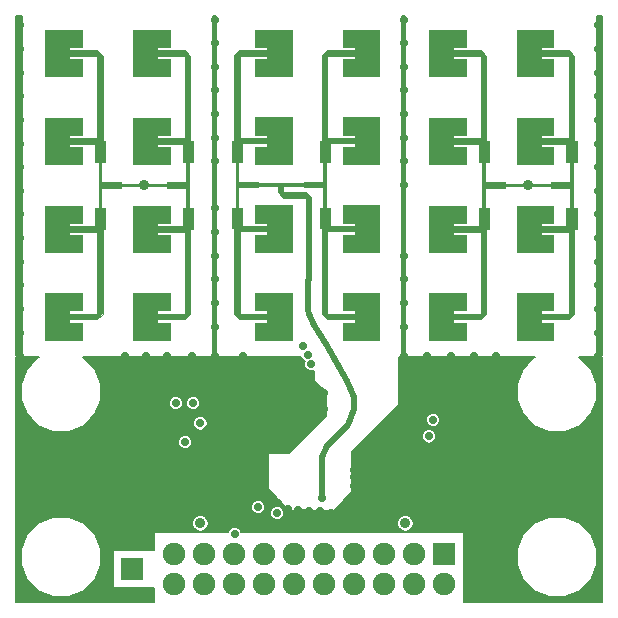
<source format=gbl>
G04 #@! TF.GenerationSoftware,KiCad,Pcbnew,no-vcs-found-e79f978~58~ubuntu14.04.1*
G04 #@! TF.CreationDate,2017-05-18T21:28:03+01:00*
G04 #@! TF.ProjectId,bikedar,62696B656461722E6B696361645F7063,rev?*
G04 #@! TF.FileFunction,Copper,L4,Bot,Signal*
G04 #@! TF.FilePolarity,Positive*
%FSLAX46Y46*%
G04 Gerber Fmt 4.6, Leading zero omitted, Abs format (unit mm)*
G04 Created by KiCad (PCBNEW no-vcs-found-e79f978~58~ubuntu14.04.1) date Thu May 18 21:28:03 2017*
%MOMM*%
%LPD*%
G01*
G04 APERTURE LIST*
%ADD10C,0.100000*%
%ADD11C,0.900000*%
%ADD12R,1.900000X1.900000*%
%ADD13C,1.900000*%
%ADD14C,0.700000*%
%ADD15C,0.200000*%
%ADD16C,0.300000*%
%ADD17C,0.500000*%
%ADD18C,0.050000*%
G04 APERTURE END LIST*
D10*
D11*
X93500000Y-64500000D03*
D12*
X60000000Y-97000000D03*
X86430000Y-95730000D03*
D13*
X86430000Y-98270000D03*
X83890000Y-95730000D03*
X83890000Y-98270000D03*
X81350000Y-95730000D03*
X81350000Y-98270000D03*
X78810000Y-95730000D03*
X78810000Y-98270000D03*
X76270000Y-95730000D03*
X76270000Y-98270000D03*
X73730000Y-95730000D03*
X73730000Y-98270000D03*
X71190000Y-95730000D03*
X71190000Y-98270000D03*
X68650000Y-95730000D03*
X68650000Y-98270000D03*
X66110000Y-95730000D03*
X66110000Y-98270000D03*
X63570000Y-95730000D03*
X63570000Y-98270000D03*
D14*
X76300000Y-82150000D03*
X75000000Y-82150000D03*
X73700000Y-82150000D03*
X76300000Y-83450000D03*
X75000000Y-83450000D03*
X73700000Y-83450000D03*
D11*
X61000000Y-64500000D03*
D14*
X79650000Y-88350000D03*
X74450000Y-78150000D03*
X90800000Y-79000000D03*
X70200000Y-84300000D03*
X67900000Y-86700000D03*
X70700000Y-92700000D03*
X55100000Y-99500000D03*
X52900000Y-99500000D03*
X94900000Y-99500000D03*
X97100000Y-99500000D03*
X50500000Y-83100000D03*
X50500000Y-80900000D03*
X50500000Y-97100000D03*
X50500000Y-94900000D03*
X99500000Y-97100000D03*
X99500000Y-94900000D03*
X99500000Y-83100000D03*
X99500000Y-80900000D03*
X89000000Y-99500000D03*
X91000000Y-99500000D03*
X93000000Y-99500000D03*
X99000000Y-99500000D03*
X99500000Y-99000000D03*
X99500000Y-93000000D03*
X99500000Y-91000000D03*
X99500000Y-89000000D03*
X99500000Y-87000000D03*
X99500000Y-85000000D03*
X99500000Y-79000000D03*
X99500000Y-77000000D03*
X99500000Y-75000000D03*
X99500000Y-73000000D03*
X99500000Y-71000000D03*
X99500000Y-69000000D03*
X99500000Y-67000000D03*
X99500000Y-65000000D03*
X99500000Y-63000000D03*
X99500000Y-61000000D03*
X99500000Y-59000000D03*
X99500000Y-57000000D03*
X99500000Y-55000000D03*
X99500000Y-53000000D03*
X99500000Y-51000000D03*
X63100000Y-91000000D03*
X83000000Y-50500000D03*
X67000000Y-68500000D03*
X90600000Y-82700000D03*
X59400000Y-82900000D03*
X90600000Y-86700000D03*
X98200000Y-92100000D03*
X93000000Y-85000000D03*
X65100000Y-78999992D03*
X61200000Y-79000000D03*
X63000000Y-79000000D03*
X83000000Y-82600000D03*
X87600000Y-93500000D03*
X78700000Y-90800000D03*
X78100000Y-91400000D03*
X78800000Y-90000000D03*
X78800000Y-88600000D03*
X79290000Y-86850000D03*
X73150000Y-86900000D03*
X72500000Y-86900000D03*
X71850000Y-86900000D03*
X71200000Y-86900000D03*
X75900000Y-92100000D03*
X75000000Y-92100000D03*
X74100000Y-92000000D03*
X89000000Y-79000000D03*
X87000000Y-79000000D03*
X85000000Y-79000000D03*
X83000000Y-79000000D03*
X69400000Y-79000000D03*
X67000000Y-79000000D03*
X83000000Y-76500000D03*
X83000000Y-74500000D03*
X83000000Y-72500000D03*
X83000000Y-70500000D03*
X67000000Y-70500000D03*
X67000000Y-72500000D03*
X67000000Y-74500000D03*
X67000000Y-76500000D03*
X83000000Y-64500000D03*
X83000000Y-62500000D03*
X83000000Y-60500000D03*
X83000000Y-58500000D03*
X83000000Y-56500000D03*
X83000000Y-54500000D03*
X83000000Y-52500000D03*
X67000000Y-66500000D03*
X67000000Y-62500000D03*
X67000000Y-60500000D03*
X67000000Y-58500000D03*
X67000000Y-56500000D03*
X67000000Y-54500000D03*
X67000000Y-52500000D03*
X61000000Y-99500000D03*
X59000000Y-99500000D03*
X57000000Y-99500000D03*
X51000000Y-99500000D03*
X50500000Y-99000000D03*
X50500000Y-93000000D03*
X50500000Y-91000000D03*
X50500000Y-89000000D03*
X50500000Y-87000000D03*
X50500000Y-85000000D03*
X50500000Y-79000000D03*
X67000000Y-50500000D03*
X50500000Y-51000000D03*
X50500000Y-53000000D03*
X50500000Y-55000000D03*
X50500000Y-57000000D03*
X50500000Y-59000000D03*
X50500000Y-61000000D03*
X50500000Y-63000000D03*
X50500000Y-65000000D03*
X50500000Y-67000000D03*
X50500000Y-69000000D03*
X50500000Y-71000000D03*
X50500000Y-73000000D03*
X50500000Y-75000000D03*
X50500000Y-77000000D03*
X79900000Y-92350000D03*
X79900000Y-89450000D03*
X79900000Y-91050000D03*
X78800000Y-89250000D03*
X78000000Y-92300000D03*
X76850000Y-92300000D03*
X73200000Y-91950000D03*
X72350000Y-91400000D03*
X71700000Y-90750000D03*
X71200000Y-89950000D03*
X71200000Y-89200000D03*
X71200000Y-88400000D03*
X71200000Y-87550000D03*
X78950000Y-92400000D03*
X59400000Y-78950000D03*
X62000000Y-88100000D03*
X87400000Y-89800000D03*
D11*
X83150000Y-93149996D03*
X65800000Y-93150000D03*
D14*
X75200000Y-79700000D03*
X72300000Y-92300000D03*
X74900000Y-78900000D03*
X70700000Y-91800000D03*
X68700000Y-94100000D03*
X85150000Y-85800000D03*
X85500000Y-84400000D03*
X65800000Y-84700000D03*
X64500000Y-86300000D03*
X65200000Y-83000000D03*
X63700000Y-83000000D03*
X76050000Y-91040000D03*
D15*
X78800000Y-88600000D02*
X79050000Y-88350000D01*
X79050000Y-88350000D02*
X79650000Y-88350000D01*
D16*
X83000000Y-79000000D02*
X83000000Y-82600000D01*
D15*
X74100000Y-92000000D02*
X74900000Y-92000000D01*
X74900000Y-92000000D02*
X75000000Y-92100000D01*
D17*
X78800000Y-82500000D02*
X78800000Y-83500000D01*
X78200000Y-81100000D02*
X78800000Y-82500000D01*
X76410000Y-77990000D02*
X78200000Y-81100000D01*
X75400000Y-76400000D02*
X76410000Y-77990000D01*
X74930000Y-75060000D02*
X74930000Y-72560000D01*
X75000000Y-75400000D02*
X74930000Y-75060000D01*
X75400000Y-76400000D02*
X75000000Y-75400000D01*
X78300000Y-84800000D02*
X78800000Y-83500000D01*
X78300000Y-84800000D02*
X76500000Y-86600000D01*
X76500000Y-86600000D02*
X76050000Y-87500000D01*
X76050000Y-87500000D02*
X76050000Y-91040000D01*
D15*
G36*
X52076571Y-79115940D02*
X51119301Y-80071540D01*
X50600591Y-81320731D01*
X50599411Y-82673335D01*
X51115940Y-83923429D01*
X52071540Y-84880699D01*
X53320731Y-85399409D01*
X54673335Y-85400589D01*
X55923429Y-84884060D01*
X55988779Y-84818824D01*
X65199896Y-84818824D01*
X65291048Y-85039429D01*
X65459683Y-85208359D01*
X65680129Y-85299896D01*
X65918824Y-85300104D01*
X66139429Y-85208952D01*
X66308359Y-85040317D01*
X66399896Y-84819871D01*
X66400104Y-84581176D01*
X66308952Y-84360571D01*
X66140317Y-84191641D01*
X65919871Y-84100104D01*
X65681176Y-84099896D01*
X65460571Y-84191048D01*
X65291641Y-84359683D01*
X65200104Y-84580129D01*
X65199896Y-84818824D01*
X55988779Y-84818824D01*
X56880699Y-83928460D01*
X57216889Y-83118824D01*
X63099896Y-83118824D01*
X63191048Y-83339429D01*
X63359683Y-83508359D01*
X63580129Y-83599896D01*
X63818824Y-83600104D01*
X64039429Y-83508952D01*
X64208359Y-83340317D01*
X64299896Y-83119871D01*
X64299896Y-83118824D01*
X64599896Y-83118824D01*
X64691048Y-83339429D01*
X64859683Y-83508359D01*
X65080129Y-83599896D01*
X65318824Y-83600104D01*
X65539429Y-83508952D01*
X65708359Y-83340317D01*
X65799896Y-83119871D01*
X65800104Y-82881176D01*
X65708952Y-82660571D01*
X65540317Y-82491641D01*
X65319871Y-82400104D01*
X65081176Y-82399896D01*
X64860571Y-82491048D01*
X64691641Y-82659683D01*
X64600104Y-82880129D01*
X64599896Y-83118824D01*
X64299896Y-83118824D01*
X64300104Y-82881176D01*
X64208952Y-82660571D01*
X64040317Y-82491641D01*
X63819871Y-82400104D01*
X63581176Y-82399896D01*
X63360571Y-82491048D01*
X63191641Y-82659683D01*
X63100104Y-82880129D01*
X63099896Y-83118824D01*
X57216889Y-83118824D01*
X57399409Y-82679269D01*
X57400589Y-81326665D01*
X56884060Y-80076571D01*
X55928460Y-79119301D01*
X55881978Y-79100000D01*
X74333437Y-79100000D01*
X74391048Y-79239429D01*
X74559683Y-79408359D01*
X74654995Y-79447936D01*
X74600104Y-79580129D01*
X74599896Y-79818824D01*
X74691048Y-80039429D01*
X74859683Y-80208359D01*
X75080129Y-80299896D01*
X75318824Y-80300104D01*
X75400000Y-80266563D01*
X75400000Y-81000000D01*
X75407612Y-81038268D01*
X75429289Y-81070711D01*
X76400000Y-82041422D01*
X76400000Y-84058578D01*
X73258578Y-87200000D01*
X71600000Y-87200000D01*
X71561732Y-87207612D01*
X71529289Y-87229289D01*
X71507612Y-87261732D01*
X71500000Y-87300000D01*
X71500000Y-90200000D01*
X71507612Y-90238268D01*
X71529289Y-90270711D01*
X73329289Y-92070711D01*
X73361732Y-92092388D01*
X73400000Y-92100000D01*
X77000000Y-92100000D01*
X77038268Y-92092388D01*
X77070711Y-92070711D01*
X78570711Y-90570711D01*
X78592388Y-90538268D01*
X78600000Y-90500000D01*
X78600000Y-87141422D01*
X79822598Y-85918824D01*
X84549896Y-85918824D01*
X84641048Y-86139429D01*
X84809683Y-86308359D01*
X85030129Y-86399896D01*
X85268824Y-86400104D01*
X85489429Y-86308952D01*
X85658359Y-86140317D01*
X85749896Y-85919871D01*
X85750104Y-85681176D01*
X85658952Y-85460571D01*
X85490317Y-85291641D01*
X85269871Y-85200104D01*
X85031176Y-85199896D01*
X84810571Y-85291048D01*
X84641641Y-85459683D01*
X84550104Y-85680129D01*
X84549896Y-85918824D01*
X79822598Y-85918824D01*
X81222598Y-84518824D01*
X84899896Y-84518824D01*
X84991048Y-84739429D01*
X85159683Y-84908359D01*
X85380129Y-84999896D01*
X85618824Y-85000104D01*
X85839429Y-84908952D01*
X86008359Y-84740317D01*
X86099896Y-84519871D01*
X86100104Y-84281176D01*
X86008952Y-84060571D01*
X85840317Y-83891641D01*
X85619871Y-83800104D01*
X85381176Y-83799896D01*
X85160571Y-83891048D01*
X84991641Y-84059683D01*
X84900104Y-84280129D01*
X84899896Y-84518824D01*
X81222598Y-84518824D01*
X82570711Y-83170711D01*
X82592388Y-83138268D01*
X82600000Y-83100000D01*
X82600000Y-79100000D01*
X94115149Y-79100000D01*
X94076571Y-79115940D01*
X93119301Y-80071540D01*
X92600591Y-81320731D01*
X92599411Y-82673335D01*
X93115940Y-83923429D01*
X94071540Y-84880699D01*
X95320731Y-85399409D01*
X96673335Y-85400589D01*
X97923429Y-84884060D01*
X98880699Y-83928460D01*
X99399409Y-82679269D01*
X99400589Y-81326665D01*
X98884060Y-80076571D01*
X97928460Y-79119301D01*
X97881978Y-79100000D01*
X99825000Y-79100000D01*
X99825000Y-99825000D01*
X88100000Y-99825000D01*
X88100000Y-96673335D01*
X92599411Y-96673335D01*
X93115940Y-97923429D01*
X94071540Y-98880699D01*
X95320731Y-99399409D01*
X96673335Y-99400589D01*
X97923429Y-98884060D01*
X98880699Y-97928460D01*
X99399409Y-96679269D01*
X99400589Y-95326665D01*
X98884060Y-94076571D01*
X97928460Y-93119301D01*
X96679269Y-92600591D01*
X95326665Y-92599411D01*
X94076571Y-93115940D01*
X93119301Y-94071540D01*
X92600591Y-95320731D01*
X92599411Y-96673335D01*
X88100000Y-96673335D01*
X88100000Y-94000000D01*
X88092388Y-93961732D01*
X88070711Y-93929289D01*
X88038268Y-93907612D01*
X88000000Y-93900000D01*
X69266563Y-93900000D01*
X69208952Y-93760571D01*
X69040317Y-93591641D01*
X68819871Y-93500104D01*
X68581176Y-93499896D01*
X68360571Y-93591048D01*
X68191641Y-93759683D01*
X68133376Y-93900000D01*
X62000000Y-93900000D01*
X61961732Y-93907612D01*
X61929289Y-93929289D01*
X61907612Y-93961732D01*
X61900000Y-94000000D01*
X61900000Y-95400000D01*
X58500000Y-95400000D01*
X58461732Y-95407612D01*
X58429289Y-95429289D01*
X58407612Y-95461732D01*
X58400000Y-95500000D01*
X58400000Y-98500000D01*
X58407612Y-98538268D01*
X58429289Y-98570711D01*
X58461732Y-98592388D01*
X58500000Y-98600000D01*
X61900000Y-98600000D01*
X61900000Y-99825000D01*
X50175000Y-99825000D01*
X50175000Y-96673335D01*
X50599411Y-96673335D01*
X51115940Y-97923429D01*
X52071540Y-98880699D01*
X53320731Y-99399409D01*
X54673335Y-99400589D01*
X55923429Y-98884060D01*
X56880699Y-97928460D01*
X57399409Y-96679269D01*
X57400589Y-95326665D01*
X56884060Y-94076571D01*
X56097492Y-93288628D01*
X65099879Y-93288628D01*
X65206223Y-93546000D01*
X65402964Y-93743085D01*
X65660150Y-93849878D01*
X65938628Y-93850121D01*
X66196000Y-93743777D01*
X66393085Y-93547036D01*
X66499878Y-93289850D01*
X66499879Y-93288624D01*
X82449879Y-93288624D01*
X82556223Y-93545996D01*
X82752964Y-93743081D01*
X83010150Y-93849874D01*
X83288628Y-93850117D01*
X83546000Y-93743773D01*
X83743085Y-93547032D01*
X83849878Y-93289846D01*
X83850121Y-93011368D01*
X83743777Y-92753996D01*
X83547036Y-92556911D01*
X83289850Y-92450118D01*
X83011372Y-92449875D01*
X82754000Y-92556219D01*
X82556915Y-92752960D01*
X82450122Y-93010146D01*
X82449879Y-93288624D01*
X66499879Y-93288624D01*
X66500121Y-93011372D01*
X66393777Y-92754000D01*
X66197036Y-92556915D01*
X65939850Y-92450122D01*
X65661372Y-92449879D01*
X65404000Y-92556223D01*
X65206915Y-92752964D01*
X65100122Y-93010150D01*
X65099879Y-93288628D01*
X56097492Y-93288628D01*
X55928460Y-93119301D01*
X54679269Y-92600591D01*
X53326665Y-92599411D01*
X52076571Y-93115940D01*
X51119301Y-94071540D01*
X50600591Y-95320731D01*
X50599411Y-96673335D01*
X50175000Y-96673335D01*
X50175000Y-92418824D01*
X71699896Y-92418824D01*
X71791048Y-92639429D01*
X71959683Y-92808359D01*
X72180129Y-92899896D01*
X72418824Y-92900104D01*
X72639429Y-92808952D01*
X72808359Y-92640317D01*
X72899896Y-92419871D01*
X72900104Y-92181176D01*
X72808952Y-91960571D01*
X72640317Y-91791641D01*
X72419871Y-91700104D01*
X72181176Y-91699896D01*
X71960571Y-91791048D01*
X71791641Y-91959683D01*
X71700104Y-92180129D01*
X71699896Y-92418824D01*
X50175000Y-92418824D01*
X50175000Y-91918824D01*
X70099896Y-91918824D01*
X70191048Y-92139429D01*
X70359683Y-92308359D01*
X70580129Y-92399896D01*
X70818824Y-92400104D01*
X71039429Y-92308952D01*
X71208359Y-92140317D01*
X71299896Y-91919871D01*
X71300104Y-91681176D01*
X71208952Y-91460571D01*
X71040317Y-91291641D01*
X70819871Y-91200104D01*
X70581176Y-91199896D01*
X70360571Y-91291048D01*
X70191641Y-91459683D01*
X70100104Y-91680129D01*
X70099896Y-91918824D01*
X50175000Y-91918824D01*
X50175000Y-86418824D01*
X63899896Y-86418824D01*
X63991048Y-86639429D01*
X64159683Y-86808359D01*
X64380129Y-86899896D01*
X64618824Y-86900104D01*
X64839429Y-86808952D01*
X65008359Y-86640317D01*
X65099896Y-86419871D01*
X65100104Y-86181176D01*
X65008952Y-85960571D01*
X64840317Y-85791641D01*
X64619871Y-85700104D01*
X64381176Y-85699896D01*
X64160571Y-85791048D01*
X63991641Y-85959683D01*
X63900104Y-86180129D01*
X63899896Y-86418824D01*
X50175000Y-86418824D01*
X50175000Y-79100000D01*
X52115149Y-79100000D01*
X52076571Y-79115940D01*
X52076571Y-79115940D01*
G37*
X52076571Y-79115940D02*
X51119301Y-80071540D01*
X50600591Y-81320731D01*
X50599411Y-82673335D01*
X51115940Y-83923429D01*
X52071540Y-84880699D01*
X53320731Y-85399409D01*
X54673335Y-85400589D01*
X55923429Y-84884060D01*
X55988779Y-84818824D01*
X65199896Y-84818824D01*
X65291048Y-85039429D01*
X65459683Y-85208359D01*
X65680129Y-85299896D01*
X65918824Y-85300104D01*
X66139429Y-85208952D01*
X66308359Y-85040317D01*
X66399896Y-84819871D01*
X66400104Y-84581176D01*
X66308952Y-84360571D01*
X66140317Y-84191641D01*
X65919871Y-84100104D01*
X65681176Y-84099896D01*
X65460571Y-84191048D01*
X65291641Y-84359683D01*
X65200104Y-84580129D01*
X65199896Y-84818824D01*
X55988779Y-84818824D01*
X56880699Y-83928460D01*
X57216889Y-83118824D01*
X63099896Y-83118824D01*
X63191048Y-83339429D01*
X63359683Y-83508359D01*
X63580129Y-83599896D01*
X63818824Y-83600104D01*
X64039429Y-83508952D01*
X64208359Y-83340317D01*
X64299896Y-83119871D01*
X64299896Y-83118824D01*
X64599896Y-83118824D01*
X64691048Y-83339429D01*
X64859683Y-83508359D01*
X65080129Y-83599896D01*
X65318824Y-83600104D01*
X65539429Y-83508952D01*
X65708359Y-83340317D01*
X65799896Y-83119871D01*
X65800104Y-82881176D01*
X65708952Y-82660571D01*
X65540317Y-82491641D01*
X65319871Y-82400104D01*
X65081176Y-82399896D01*
X64860571Y-82491048D01*
X64691641Y-82659683D01*
X64600104Y-82880129D01*
X64599896Y-83118824D01*
X64299896Y-83118824D01*
X64300104Y-82881176D01*
X64208952Y-82660571D01*
X64040317Y-82491641D01*
X63819871Y-82400104D01*
X63581176Y-82399896D01*
X63360571Y-82491048D01*
X63191641Y-82659683D01*
X63100104Y-82880129D01*
X63099896Y-83118824D01*
X57216889Y-83118824D01*
X57399409Y-82679269D01*
X57400589Y-81326665D01*
X56884060Y-80076571D01*
X55928460Y-79119301D01*
X55881978Y-79100000D01*
X74333437Y-79100000D01*
X74391048Y-79239429D01*
X74559683Y-79408359D01*
X74654995Y-79447936D01*
X74600104Y-79580129D01*
X74599896Y-79818824D01*
X74691048Y-80039429D01*
X74859683Y-80208359D01*
X75080129Y-80299896D01*
X75318824Y-80300104D01*
X75400000Y-80266563D01*
X75400000Y-81000000D01*
X75407612Y-81038268D01*
X75429289Y-81070711D01*
X76400000Y-82041422D01*
X76400000Y-84058578D01*
X73258578Y-87200000D01*
X71600000Y-87200000D01*
X71561732Y-87207612D01*
X71529289Y-87229289D01*
X71507612Y-87261732D01*
X71500000Y-87300000D01*
X71500000Y-90200000D01*
X71507612Y-90238268D01*
X71529289Y-90270711D01*
X73329289Y-92070711D01*
X73361732Y-92092388D01*
X73400000Y-92100000D01*
X77000000Y-92100000D01*
X77038268Y-92092388D01*
X77070711Y-92070711D01*
X78570711Y-90570711D01*
X78592388Y-90538268D01*
X78600000Y-90500000D01*
X78600000Y-87141422D01*
X79822598Y-85918824D01*
X84549896Y-85918824D01*
X84641048Y-86139429D01*
X84809683Y-86308359D01*
X85030129Y-86399896D01*
X85268824Y-86400104D01*
X85489429Y-86308952D01*
X85658359Y-86140317D01*
X85749896Y-85919871D01*
X85750104Y-85681176D01*
X85658952Y-85460571D01*
X85490317Y-85291641D01*
X85269871Y-85200104D01*
X85031176Y-85199896D01*
X84810571Y-85291048D01*
X84641641Y-85459683D01*
X84550104Y-85680129D01*
X84549896Y-85918824D01*
X79822598Y-85918824D01*
X81222598Y-84518824D01*
X84899896Y-84518824D01*
X84991048Y-84739429D01*
X85159683Y-84908359D01*
X85380129Y-84999896D01*
X85618824Y-85000104D01*
X85839429Y-84908952D01*
X86008359Y-84740317D01*
X86099896Y-84519871D01*
X86100104Y-84281176D01*
X86008952Y-84060571D01*
X85840317Y-83891641D01*
X85619871Y-83800104D01*
X85381176Y-83799896D01*
X85160571Y-83891048D01*
X84991641Y-84059683D01*
X84900104Y-84280129D01*
X84899896Y-84518824D01*
X81222598Y-84518824D01*
X82570711Y-83170711D01*
X82592388Y-83138268D01*
X82600000Y-83100000D01*
X82600000Y-79100000D01*
X94115149Y-79100000D01*
X94076571Y-79115940D01*
X93119301Y-80071540D01*
X92600591Y-81320731D01*
X92599411Y-82673335D01*
X93115940Y-83923429D01*
X94071540Y-84880699D01*
X95320731Y-85399409D01*
X96673335Y-85400589D01*
X97923429Y-84884060D01*
X98880699Y-83928460D01*
X99399409Y-82679269D01*
X99400589Y-81326665D01*
X98884060Y-80076571D01*
X97928460Y-79119301D01*
X97881978Y-79100000D01*
X99825000Y-79100000D01*
X99825000Y-99825000D01*
X88100000Y-99825000D01*
X88100000Y-96673335D01*
X92599411Y-96673335D01*
X93115940Y-97923429D01*
X94071540Y-98880699D01*
X95320731Y-99399409D01*
X96673335Y-99400589D01*
X97923429Y-98884060D01*
X98880699Y-97928460D01*
X99399409Y-96679269D01*
X99400589Y-95326665D01*
X98884060Y-94076571D01*
X97928460Y-93119301D01*
X96679269Y-92600591D01*
X95326665Y-92599411D01*
X94076571Y-93115940D01*
X93119301Y-94071540D01*
X92600591Y-95320731D01*
X92599411Y-96673335D01*
X88100000Y-96673335D01*
X88100000Y-94000000D01*
X88092388Y-93961732D01*
X88070711Y-93929289D01*
X88038268Y-93907612D01*
X88000000Y-93900000D01*
X69266563Y-93900000D01*
X69208952Y-93760571D01*
X69040317Y-93591641D01*
X68819871Y-93500104D01*
X68581176Y-93499896D01*
X68360571Y-93591048D01*
X68191641Y-93759683D01*
X68133376Y-93900000D01*
X62000000Y-93900000D01*
X61961732Y-93907612D01*
X61929289Y-93929289D01*
X61907612Y-93961732D01*
X61900000Y-94000000D01*
X61900000Y-95400000D01*
X58500000Y-95400000D01*
X58461732Y-95407612D01*
X58429289Y-95429289D01*
X58407612Y-95461732D01*
X58400000Y-95500000D01*
X58400000Y-98500000D01*
X58407612Y-98538268D01*
X58429289Y-98570711D01*
X58461732Y-98592388D01*
X58500000Y-98600000D01*
X61900000Y-98600000D01*
X61900000Y-99825000D01*
X50175000Y-99825000D01*
X50175000Y-96673335D01*
X50599411Y-96673335D01*
X51115940Y-97923429D01*
X52071540Y-98880699D01*
X53320731Y-99399409D01*
X54673335Y-99400589D01*
X55923429Y-98884060D01*
X56880699Y-97928460D01*
X57399409Y-96679269D01*
X57400589Y-95326665D01*
X56884060Y-94076571D01*
X56097492Y-93288628D01*
X65099879Y-93288628D01*
X65206223Y-93546000D01*
X65402964Y-93743085D01*
X65660150Y-93849878D01*
X65938628Y-93850121D01*
X66196000Y-93743777D01*
X66393085Y-93547036D01*
X66499878Y-93289850D01*
X66499879Y-93288624D01*
X82449879Y-93288624D01*
X82556223Y-93545996D01*
X82752964Y-93743081D01*
X83010150Y-93849874D01*
X83288628Y-93850117D01*
X83546000Y-93743773D01*
X83743085Y-93547032D01*
X83849878Y-93289846D01*
X83850121Y-93011368D01*
X83743777Y-92753996D01*
X83547036Y-92556911D01*
X83289850Y-92450118D01*
X83011372Y-92449875D01*
X82754000Y-92556219D01*
X82556915Y-92752960D01*
X82450122Y-93010146D01*
X82449879Y-93288624D01*
X66499879Y-93288624D01*
X66500121Y-93011372D01*
X66393777Y-92754000D01*
X66197036Y-92556915D01*
X65939850Y-92450122D01*
X65661372Y-92449879D01*
X65404000Y-92556223D01*
X65206915Y-92752964D01*
X65100122Y-93010150D01*
X65099879Y-93288628D01*
X56097492Y-93288628D01*
X55928460Y-93119301D01*
X54679269Y-92600591D01*
X53326665Y-92599411D01*
X52076571Y-93115940D01*
X51119301Y-94071540D01*
X50600591Y-95320731D01*
X50599411Y-96673335D01*
X50175000Y-96673335D01*
X50175000Y-92418824D01*
X71699896Y-92418824D01*
X71791048Y-92639429D01*
X71959683Y-92808359D01*
X72180129Y-92899896D01*
X72418824Y-92900104D01*
X72639429Y-92808952D01*
X72808359Y-92640317D01*
X72899896Y-92419871D01*
X72900104Y-92181176D01*
X72808952Y-91960571D01*
X72640317Y-91791641D01*
X72419871Y-91700104D01*
X72181176Y-91699896D01*
X71960571Y-91791048D01*
X71791641Y-91959683D01*
X71700104Y-92180129D01*
X71699896Y-92418824D01*
X50175000Y-92418824D01*
X50175000Y-91918824D01*
X70099896Y-91918824D01*
X70191048Y-92139429D01*
X70359683Y-92308359D01*
X70580129Y-92399896D01*
X70818824Y-92400104D01*
X71039429Y-92308952D01*
X71208359Y-92140317D01*
X71299896Y-91919871D01*
X71300104Y-91681176D01*
X71208952Y-91460571D01*
X71040317Y-91291641D01*
X70819871Y-91200104D01*
X70581176Y-91199896D01*
X70360571Y-91291048D01*
X70191641Y-91459683D01*
X70100104Y-91680129D01*
X70099896Y-91918824D01*
X50175000Y-91918824D01*
X50175000Y-86418824D01*
X63899896Y-86418824D01*
X63991048Y-86639429D01*
X64159683Y-86808359D01*
X64380129Y-86899896D01*
X64618824Y-86900104D01*
X64839429Y-86808952D01*
X65008359Y-86640317D01*
X65099896Y-86419871D01*
X65100104Y-86181176D01*
X65008952Y-85960571D01*
X64840317Y-85791641D01*
X64619871Y-85700104D01*
X64381176Y-85699896D01*
X64160571Y-85791048D01*
X63991641Y-85959683D01*
X63900104Y-86180129D01*
X63899896Y-86418824D01*
X50175000Y-86418824D01*
X50175000Y-79100000D01*
X52115149Y-79100000D01*
X52076571Y-79115940D01*
G36*
X99825000Y-78900000D02*
X99350000Y-78900000D01*
X99350000Y-50175000D01*
X99825000Y-50175000D01*
X99825000Y-78900000D01*
X99825000Y-78900000D01*
G37*
X99825000Y-78900000D02*
X99350000Y-78900000D01*
X99350000Y-50175000D01*
X99825000Y-50175000D01*
X99825000Y-78900000D01*
G36*
X83150000Y-78900000D02*
X82850000Y-78900000D01*
X82850000Y-50175000D01*
X83150000Y-50175000D01*
X83150000Y-78900000D01*
X83150000Y-78900000D01*
G37*
X83150000Y-78900000D02*
X82850000Y-78900000D01*
X82850000Y-50175000D01*
X83150000Y-50175000D01*
X83150000Y-78900000D01*
G36*
X67150000Y-78900000D02*
X66850000Y-78900000D01*
X66850000Y-50175000D01*
X67150000Y-50175000D01*
X67150000Y-78900000D01*
X67150000Y-78900000D01*
G37*
X67150000Y-78900000D02*
X66850000Y-78900000D01*
X66850000Y-50175000D01*
X67150000Y-50175000D01*
X67150000Y-78900000D01*
G36*
X50650000Y-78900000D02*
X50175000Y-78900000D01*
X50175000Y-50175000D01*
X50650000Y-50175000D01*
X50650000Y-78900000D01*
X50650000Y-78900000D01*
G37*
X50650000Y-78900000D02*
X50175000Y-78900000D01*
X50175000Y-50175000D01*
X50650000Y-50175000D01*
X50650000Y-78900000D01*
D18*
G36*
X55760000Y-52817700D02*
X54730000Y-52817700D01*
X54725123Y-52818180D01*
X54720433Y-52819603D01*
X54716111Y-52821913D01*
X54712322Y-52825022D01*
X54709213Y-52828811D01*
X54706903Y-52833133D01*
X54705480Y-52837823D01*
X54705000Y-52842700D01*
X54705000Y-53092700D01*
X54705480Y-53097577D01*
X54706903Y-53102267D01*
X54709213Y-53106589D01*
X54712322Y-53110378D01*
X54716111Y-53113487D01*
X54720433Y-53115797D01*
X54725123Y-53117220D01*
X54730000Y-53117700D01*
X57072144Y-53117700D01*
X57510000Y-53555556D01*
X57510000Y-60772700D01*
X57510480Y-60777577D01*
X57511903Y-60782267D01*
X57514213Y-60786589D01*
X57517322Y-60790378D01*
X57521111Y-60793487D01*
X57525433Y-60795797D01*
X57530123Y-60797220D01*
X57535000Y-60797700D01*
X57718500Y-60797700D01*
X57718500Y-62547200D01*
X57424000Y-62547200D01*
X57419123Y-62547680D01*
X57414433Y-62549103D01*
X57410111Y-62551413D01*
X57406322Y-62554522D01*
X57403213Y-62558311D01*
X57400903Y-62562633D01*
X57399480Y-62567323D01*
X57399000Y-62572200D01*
X57399000Y-64250000D01*
X57399480Y-64254877D01*
X57400903Y-64259567D01*
X57403213Y-64263889D01*
X57406322Y-64267678D01*
X57410111Y-64270787D01*
X57414433Y-64273097D01*
X57419123Y-64274520D01*
X57424000Y-64275000D01*
X59047200Y-64275000D01*
X59047200Y-64361000D01*
X59047680Y-64365877D01*
X59049103Y-64370567D01*
X59051413Y-64374889D01*
X59054522Y-64378678D01*
X59058311Y-64381787D01*
X59062633Y-64384097D01*
X59067323Y-64385520D01*
X59072200Y-64386000D01*
X62927800Y-64386000D01*
X62932677Y-64385520D01*
X62937367Y-64384097D01*
X62941689Y-64381787D01*
X62945478Y-64378678D01*
X62948587Y-64374889D01*
X62950897Y-64370567D01*
X62952320Y-64365877D01*
X62952800Y-64361000D01*
X62952800Y-64275000D01*
X64576000Y-64275000D01*
X64580877Y-64274520D01*
X64585567Y-64273097D01*
X64589889Y-64270787D01*
X64593678Y-64267678D01*
X64596787Y-64263889D01*
X64599097Y-64259567D01*
X64600520Y-64254877D01*
X64601000Y-64250000D01*
X64601000Y-62572200D01*
X64600520Y-62567323D01*
X64599097Y-62562633D01*
X64596787Y-62558311D01*
X64593678Y-62554522D01*
X64589889Y-62551413D01*
X64585567Y-62549103D01*
X64580877Y-62547680D01*
X64576000Y-62547200D01*
X64281500Y-62547200D01*
X64281500Y-61022700D01*
X64281020Y-61017823D01*
X64279597Y-61013133D01*
X64277287Y-61008811D01*
X64274178Y-61005022D01*
X64270389Y-61001913D01*
X64266067Y-60999603D01*
X64261377Y-60998180D01*
X64256500Y-60997700D01*
X62160000Y-60997700D01*
X62155123Y-60998180D01*
X62150433Y-60999603D01*
X62146111Y-61001913D01*
X62142322Y-61005022D01*
X62139213Y-61008811D01*
X62136903Y-61013133D01*
X62135480Y-61017823D01*
X62135000Y-61022700D01*
X62135000Y-61272700D01*
X62135480Y-61277577D01*
X62136903Y-61282267D01*
X62139213Y-61286589D01*
X62142322Y-61290378D01*
X62146111Y-61293487D01*
X62150433Y-61295797D01*
X62155123Y-61297220D01*
X62160000Y-61297700D01*
X63190000Y-61297700D01*
X63190000Y-62747800D01*
X60075000Y-62747800D01*
X60075000Y-58797800D01*
X63190000Y-58797800D01*
X63190000Y-60247800D01*
X62160000Y-60247800D01*
X62155123Y-60248280D01*
X62150433Y-60249703D01*
X62146111Y-60252013D01*
X62142322Y-60255122D01*
X62139213Y-60258911D01*
X62136903Y-60263233D01*
X62135480Y-60267923D01*
X62135000Y-60272800D01*
X62135000Y-60522800D01*
X62135480Y-60527677D01*
X62136903Y-60532367D01*
X62139213Y-60536689D01*
X62142322Y-60540478D01*
X62146111Y-60543587D01*
X62150433Y-60545897D01*
X62155123Y-60547320D01*
X62160000Y-60547800D01*
X64465000Y-60547800D01*
X64469877Y-60547320D01*
X64474567Y-60545897D01*
X64478889Y-60543587D01*
X64482678Y-60540478D01*
X64485787Y-60536689D01*
X64488097Y-60532367D01*
X64489520Y-60527677D01*
X64490000Y-60522800D01*
X64490000Y-53592800D01*
X64489520Y-53587923D01*
X64488097Y-53583233D01*
X64485787Y-53578911D01*
X64482678Y-53575122D01*
X64478889Y-53572013D01*
X64474567Y-53569703D01*
X64469877Y-53568280D01*
X64465000Y-53567800D01*
X62160000Y-53567800D01*
X62155123Y-53568280D01*
X62150433Y-53569703D01*
X62146111Y-53572013D01*
X62142322Y-53575122D01*
X62139213Y-53578911D01*
X62136903Y-53583233D01*
X62135480Y-53587923D01*
X62135000Y-53592800D01*
X62135000Y-53842800D01*
X62135480Y-53847677D01*
X62136903Y-53852367D01*
X62139213Y-53856689D01*
X62142322Y-53860478D01*
X62146111Y-53863587D01*
X62150433Y-53865897D01*
X62155123Y-53867320D01*
X62160000Y-53867800D01*
X63190000Y-53867800D01*
X63190000Y-55317700D01*
X60075000Y-55317700D01*
X60075000Y-51367700D01*
X63190000Y-51367700D01*
X63190000Y-52817700D01*
X62160000Y-52817700D01*
X62155123Y-52818180D01*
X62150433Y-52819603D01*
X62146111Y-52821913D01*
X62142322Y-52825022D01*
X62139213Y-52828811D01*
X62136903Y-52833133D01*
X62135480Y-52837823D01*
X62135000Y-52842700D01*
X62135000Y-53092700D01*
X62135480Y-53097577D01*
X62136903Y-53102267D01*
X62139213Y-53106589D01*
X62142322Y-53110378D01*
X62146111Y-53113487D01*
X62150433Y-53115797D01*
X62155123Y-53117220D01*
X62160000Y-53117700D01*
X64502144Y-53117700D01*
X64940000Y-53555556D01*
X64940000Y-60772700D01*
X64940480Y-60777577D01*
X64941903Y-60782267D01*
X64944213Y-60786589D01*
X64947322Y-60790378D01*
X64951111Y-60793487D01*
X64955433Y-60795797D01*
X64960123Y-60797220D01*
X64965000Y-60797700D01*
X65148500Y-60797700D01*
X65148500Y-62547200D01*
X64854000Y-62547200D01*
X64849123Y-62547680D01*
X64844433Y-62549103D01*
X64840111Y-62551413D01*
X64836322Y-62554522D01*
X64833213Y-62558311D01*
X64830903Y-62562633D01*
X64829480Y-62567323D01*
X64829000Y-62572200D01*
X64829000Y-66427800D01*
X64829480Y-66432677D01*
X64830903Y-66437367D01*
X64833213Y-66441689D01*
X64836322Y-66445478D01*
X64840111Y-66448587D01*
X64844433Y-66450897D01*
X64849123Y-66452320D01*
X64854000Y-66452800D01*
X65148500Y-66452800D01*
X65148500Y-68202300D01*
X64965000Y-68202300D01*
X64960123Y-68202780D01*
X64955433Y-68204203D01*
X64951111Y-68206513D01*
X64947322Y-68209622D01*
X64944213Y-68213411D01*
X64941903Y-68217733D01*
X64940480Y-68222423D01*
X64940000Y-68227300D01*
X64940000Y-75444444D01*
X64502144Y-75882300D01*
X62160000Y-75882300D01*
X62155123Y-75882780D01*
X62150433Y-75884203D01*
X62146111Y-75886513D01*
X62142322Y-75889622D01*
X62139213Y-75893411D01*
X62136903Y-75897733D01*
X62135480Y-75902423D01*
X62135000Y-75907300D01*
X62135000Y-76157300D01*
X62135480Y-76162177D01*
X62136903Y-76166867D01*
X62139213Y-76171189D01*
X62142322Y-76174978D01*
X62146111Y-76178087D01*
X62150433Y-76180397D01*
X62155123Y-76181820D01*
X62160000Y-76182300D01*
X63190000Y-76182300D01*
X63190000Y-77632300D01*
X60075000Y-77632300D01*
X60075000Y-73682300D01*
X63190000Y-73682300D01*
X63190000Y-75132200D01*
X62160000Y-75132200D01*
X62155123Y-75132680D01*
X62150433Y-75134103D01*
X62146111Y-75136413D01*
X62142322Y-75139522D01*
X62139213Y-75143311D01*
X62136903Y-75147633D01*
X62135480Y-75152323D01*
X62135000Y-75157200D01*
X62135000Y-75407200D01*
X62135480Y-75412077D01*
X62136903Y-75416767D01*
X62139213Y-75421089D01*
X62142322Y-75424878D01*
X62146111Y-75427987D01*
X62150433Y-75430297D01*
X62155123Y-75431720D01*
X62160000Y-75432200D01*
X64465000Y-75432200D01*
X64469877Y-75431720D01*
X64474567Y-75430297D01*
X64478889Y-75427987D01*
X64482678Y-75424878D01*
X64485787Y-75421089D01*
X64488097Y-75416767D01*
X64489520Y-75412077D01*
X64490000Y-75407200D01*
X64490000Y-68477200D01*
X64489520Y-68472323D01*
X64488097Y-68467633D01*
X64485787Y-68463311D01*
X64482678Y-68459522D01*
X64478889Y-68456413D01*
X64474567Y-68454103D01*
X64469877Y-68452680D01*
X64465000Y-68452200D01*
X62160000Y-68452200D01*
X62155123Y-68452680D01*
X62150433Y-68454103D01*
X62146111Y-68456413D01*
X62142322Y-68459522D01*
X62139213Y-68463311D01*
X62136903Y-68467633D01*
X62135480Y-68472323D01*
X62135000Y-68477200D01*
X62135000Y-68727200D01*
X62135480Y-68732077D01*
X62136903Y-68736767D01*
X62139213Y-68741089D01*
X62142322Y-68744878D01*
X62146111Y-68747987D01*
X62150433Y-68750297D01*
X62155123Y-68751720D01*
X62160000Y-68752200D01*
X63190000Y-68752200D01*
X63190000Y-70202200D01*
X60075000Y-70202200D01*
X60075000Y-66252200D01*
X63190000Y-66252200D01*
X63190000Y-67702300D01*
X62160000Y-67702300D01*
X62155123Y-67702780D01*
X62150433Y-67704203D01*
X62146111Y-67706513D01*
X62142322Y-67709622D01*
X62139213Y-67713411D01*
X62136903Y-67717733D01*
X62135480Y-67722423D01*
X62135000Y-67727300D01*
X62135000Y-67977300D01*
X62135480Y-67982177D01*
X62136903Y-67986867D01*
X62139213Y-67991189D01*
X62142322Y-67994978D01*
X62146111Y-67998087D01*
X62150433Y-68000397D01*
X62155123Y-68001820D01*
X62160000Y-68002300D01*
X64256500Y-68002300D01*
X64261377Y-68001820D01*
X64266067Y-68000397D01*
X64270389Y-67998087D01*
X64274178Y-67994978D01*
X64277287Y-67991189D01*
X64279597Y-67986867D01*
X64281020Y-67982177D01*
X64281500Y-67977300D01*
X64281500Y-66452800D01*
X64576000Y-66452800D01*
X64580877Y-66452320D01*
X64585567Y-66450897D01*
X64589889Y-66448587D01*
X64593678Y-66445478D01*
X64596787Y-66441689D01*
X64599097Y-66437367D01*
X64600520Y-66432677D01*
X64601000Y-66427800D01*
X64601000Y-64750000D01*
X64600520Y-64745123D01*
X64599097Y-64740433D01*
X64596787Y-64736111D01*
X64593678Y-64732322D01*
X64589889Y-64729213D01*
X64585567Y-64726903D01*
X64580877Y-64725480D01*
X64576000Y-64725000D01*
X62952800Y-64725000D01*
X62952800Y-64639000D01*
X62952320Y-64634123D01*
X62950897Y-64629433D01*
X62948587Y-64625111D01*
X62945478Y-64621322D01*
X62941689Y-64618213D01*
X62937367Y-64615903D01*
X62932677Y-64614480D01*
X62927800Y-64614000D01*
X59072200Y-64614000D01*
X59067323Y-64614480D01*
X59062633Y-64615903D01*
X59058311Y-64618213D01*
X59054522Y-64621322D01*
X59051413Y-64625111D01*
X59049103Y-64629433D01*
X59047680Y-64634123D01*
X59047200Y-64639000D01*
X59047200Y-64725000D01*
X57424000Y-64725000D01*
X57419123Y-64725480D01*
X57414433Y-64726903D01*
X57410111Y-64729213D01*
X57406322Y-64732322D01*
X57403213Y-64736111D01*
X57400903Y-64740433D01*
X57399480Y-64745123D01*
X57399000Y-64750000D01*
X57399000Y-66427800D01*
X57399480Y-66432677D01*
X57400903Y-66437367D01*
X57403213Y-66441689D01*
X57406322Y-66445478D01*
X57410111Y-66448587D01*
X57414433Y-66450897D01*
X57419123Y-66452320D01*
X57424000Y-66452800D01*
X57718500Y-66452800D01*
X57718500Y-68202300D01*
X57535000Y-68202300D01*
X57530123Y-68202780D01*
X57525433Y-68204203D01*
X57521111Y-68206513D01*
X57517322Y-68209622D01*
X57514213Y-68213411D01*
X57511903Y-68217733D01*
X57510480Y-68222423D01*
X57510000Y-68227300D01*
X57510000Y-75444444D01*
X57072144Y-75882300D01*
X54730000Y-75882300D01*
X54725123Y-75882780D01*
X54720433Y-75884203D01*
X54716111Y-75886513D01*
X54712322Y-75889622D01*
X54709213Y-75893411D01*
X54706903Y-75897733D01*
X54705480Y-75902423D01*
X54705000Y-75907300D01*
X54705000Y-76157300D01*
X54705480Y-76162177D01*
X54706903Y-76166867D01*
X54709213Y-76171189D01*
X54712322Y-76174978D01*
X54716111Y-76178087D01*
X54720433Y-76180397D01*
X54725123Y-76181820D01*
X54730000Y-76182300D01*
X55760000Y-76182300D01*
X55760000Y-77632300D01*
X52645000Y-77632300D01*
X52645000Y-73682300D01*
X55760000Y-73682300D01*
X55760000Y-75132200D01*
X54730000Y-75132200D01*
X54725123Y-75132680D01*
X54720433Y-75134103D01*
X54716111Y-75136413D01*
X54712322Y-75139522D01*
X54709213Y-75143311D01*
X54706903Y-75147633D01*
X54705480Y-75152323D01*
X54705000Y-75157200D01*
X54705000Y-75407200D01*
X54705480Y-75412077D01*
X54706903Y-75416767D01*
X54709213Y-75421089D01*
X54712322Y-75424878D01*
X54716111Y-75427987D01*
X54720433Y-75430297D01*
X54725123Y-75431720D01*
X54730000Y-75432200D01*
X57035000Y-75432200D01*
X57039877Y-75431720D01*
X57044567Y-75430297D01*
X57048889Y-75427987D01*
X57052678Y-75424878D01*
X57055787Y-75421089D01*
X57058097Y-75416767D01*
X57059520Y-75412077D01*
X57060000Y-75407200D01*
X57060000Y-68477200D01*
X57059520Y-68472323D01*
X57058097Y-68467633D01*
X57055787Y-68463311D01*
X57052678Y-68459522D01*
X57048889Y-68456413D01*
X57044567Y-68454103D01*
X57039877Y-68452680D01*
X57035000Y-68452200D01*
X54730000Y-68452200D01*
X54725123Y-68452680D01*
X54720433Y-68454103D01*
X54716111Y-68456413D01*
X54712322Y-68459522D01*
X54709213Y-68463311D01*
X54706903Y-68467633D01*
X54705480Y-68472323D01*
X54705000Y-68477200D01*
X54705000Y-68727200D01*
X54705480Y-68732077D01*
X54706903Y-68736767D01*
X54709213Y-68741089D01*
X54712322Y-68744878D01*
X54716111Y-68747987D01*
X54720433Y-68750297D01*
X54725123Y-68751720D01*
X54730000Y-68752200D01*
X55760000Y-68752200D01*
X55760000Y-70202200D01*
X52645000Y-70202200D01*
X52645000Y-66252200D01*
X55760000Y-66252200D01*
X55760000Y-67702300D01*
X54730000Y-67702300D01*
X54725123Y-67702780D01*
X54720433Y-67704203D01*
X54716111Y-67706513D01*
X54712322Y-67709622D01*
X54709213Y-67713411D01*
X54706903Y-67717733D01*
X54705480Y-67722423D01*
X54705000Y-67727300D01*
X54705000Y-67977300D01*
X54705480Y-67982177D01*
X54706903Y-67986867D01*
X54709213Y-67991189D01*
X54712322Y-67994978D01*
X54716111Y-67998087D01*
X54720433Y-68000397D01*
X54725123Y-68001820D01*
X54730000Y-68002300D01*
X56826500Y-68002300D01*
X56831377Y-68001820D01*
X56836067Y-68000397D01*
X56840389Y-67998087D01*
X56844178Y-67994978D01*
X56847287Y-67991189D01*
X56849597Y-67986867D01*
X56851020Y-67982177D01*
X56851500Y-67977300D01*
X56851500Y-66452800D01*
X57146000Y-66452800D01*
X57150877Y-66452320D01*
X57155567Y-66450897D01*
X57159889Y-66448587D01*
X57163678Y-66445478D01*
X57166787Y-66441689D01*
X57169097Y-66437367D01*
X57170520Y-66432677D01*
X57171000Y-66427800D01*
X57171000Y-62572200D01*
X57170520Y-62567323D01*
X57169097Y-62562633D01*
X57166787Y-62558311D01*
X57163678Y-62554522D01*
X57159889Y-62551413D01*
X57155567Y-62549103D01*
X57150877Y-62547680D01*
X57146000Y-62547200D01*
X56851500Y-62547200D01*
X56851500Y-61022700D01*
X56851020Y-61017823D01*
X56849597Y-61013133D01*
X56847287Y-61008811D01*
X56844178Y-61005022D01*
X56840389Y-61001913D01*
X56836067Y-60999603D01*
X56831377Y-60998180D01*
X56826500Y-60997700D01*
X54730000Y-60997700D01*
X54725123Y-60998180D01*
X54720433Y-60999603D01*
X54716111Y-61001913D01*
X54712322Y-61005022D01*
X54709213Y-61008811D01*
X54706903Y-61013133D01*
X54705480Y-61017823D01*
X54705000Y-61022700D01*
X54705000Y-61272700D01*
X54705480Y-61277577D01*
X54706903Y-61282267D01*
X54709213Y-61286589D01*
X54712322Y-61290378D01*
X54716111Y-61293487D01*
X54720433Y-61295797D01*
X54725123Y-61297220D01*
X54730000Y-61297700D01*
X55760000Y-61297700D01*
X55760000Y-62747800D01*
X52645000Y-62747800D01*
X52645000Y-58797800D01*
X55760000Y-58797800D01*
X55760000Y-60247800D01*
X54730000Y-60247800D01*
X54725123Y-60248280D01*
X54720433Y-60249703D01*
X54716111Y-60252013D01*
X54712322Y-60255122D01*
X54709213Y-60258911D01*
X54706903Y-60263233D01*
X54705480Y-60267923D01*
X54705000Y-60272800D01*
X54705000Y-60522800D01*
X54705480Y-60527677D01*
X54706903Y-60532367D01*
X54709213Y-60536689D01*
X54712322Y-60540478D01*
X54716111Y-60543587D01*
X54720433Y-60545897D01*
X54725123Y-60547320D01*
X54730000Y-60547800D01*
X57035000Y-60547800D01*
X57039877Y-60547320D01*
X57044567Y-60545897D01*
X57048889Y-60543587D01*
X57052678Y-60540478D01*
X57055787Y-60536689D01*
X57058097Y-60532367D01*
X57059520Y-60527677D01*
X57060000Y-60522800D01*
X57060000Y-53592800D01*
X57059520Y-53587923D01*
X57058097Y-53583233D01*
X57055787Y-53578911D01*
X57052678Y-53575122D01*
X57048889Y-53572013D01*
X57044567Y-53569703D01*
X57039877Y-53568280D01*
X57035000Y-53567800D01*
X54730000Y-53567800D01*
X54725123Y-53568280D01*
X54720433Y-53569703D01*
X54716111Y-53572013D01*
X54712322Y-53575122D01*
X54709213Y-53578911D01*
X54706903Y-53583233D01*
X54705480Y-53587923D01*
X54705000Y-53592800D01*
X54705000Y-53842800D01*
X54705480Y-53847677D01*
X54706903Y-53852367D01*
X54709213Y-53856689D01*
X54712322Y-53860478D01*
X54716111Y-53863587D01*
X54720433Y-53865897D01*
X54725123Y-53867320D01*
X54730000Y-53867800D01*
X55760000Y-53867800D01*
X55760000Y-55317700D01*
X52645000Y-55317700D01*
X52645000Y-51367700D01*
X55760000Y-51367700D01*
X55760000Y-52817700D01*
X55760000Y-52817700D01*
G37*
X55760000Y-52817700D02*
X54730000Y-52817700D01*
X54725123Y-52818180D01*
X54720433Y-52819603D01*
X54716111Y-52821913D01*
X54712322Y-52825022D01*
X54709213Y-52828811D01*
X54706903Y-52833133D01*
X54705480Y-52837823D01*
X54705000Y-52842700D01*
X54705000Y-53092700D01*
X54705480Y-53097577D01*
X54706903Y-53102267D01*
X54709213Y-53106589D01*
X54712322Y-53110378D01*
X54716111Y-53113487D01*
X54720433Y-53115797D01*
X54725123Y-53117220D01*
X54730000Y-53117700D01*
X57072144Y-53117700D01*
X57510000Y-53555556D01*
X57510000Y-60772700D01*
X57510480Y-60777577D01*
X57511903Y-60782267D01*
X57514213Y-60786589D01*
X57517322Y-60790378D01*
X57521111Y-60793487D01*
X57525433Y-60795797D01*
X57530123Y-60797220D01*
X57535000Y-60797700D01*
X57718500Y-60797700D01*
X57718500Y-62547200D01*
X57424000Y-62547200D01*
X57419123Y-62547680D01*
X57414433Y-62549103D01*
X57410111Y-62551413D01*
X57406322Y-62554522D01*
X57403213Y-62558311D01*
X57400903Y-62562633D01*
X57399480Y-62567323D01*
X57399000Y-62572200D01*
X57399000Y-64250000D01*
X57399480Y-64254877D01*
X57400903Y-64259567D01*
X57403213Y-64263889D01*
X57406322Y-64267678D01*
X57410111Y-64270787D01*
X57414433Y-64273097D01*
X57419123Y-64274520D01*
X57424000Y-64275000D01*
X59047200Y-64275000D01*
X59047200Y-64361000D01*
X59047680Y-64365877D01*
X59049103Y-64370567D01*
X59051413Y-64374889D01*
X59054522Y-64378678D01*
X59058311Y-64381787D01*
X59062633Y-64384097D01*
X59067323Y-64385520D01*
X59072200Y-64386000D01*
X62927800Y-64386000D01*
X62932677Y-64385520D01*
X62937367Y-64384097D01*
X62941689Y-64381787D01*
X62945478Y-64378678D01*
X62948587Y-64374889D01*
X62950897Y-64370567D01*
X62952320Y-64365877D01*
X62952800Y-64361000D01*
X62952800Y-64275000D01*
X64576000Y-64275000D01*
X64580877Y-64274520D01*
X64585567Y-64273097D01*
X64589889Y-64270787D01*
X64593678Y-64267678D01*
X64596787Y-64263889D01*
X64599097Y-64259567D01*
X64600520Y-64254877D01*
X64601000Y-64250000D01*
X64601000Y-62572200D01*
X64600520Y-62567323D01*
X64599097Y-62562633D01*
X64596787Y-62558311D01*
X64593678Y-62554522D01*
X64589889Y-62551413D01*
X64585567Y-62549103D01*
X64580877Y-62547680D01*
X64576000Y-62547200D01*
X64281500Y-62547200D01*
X64281500Y-61022700D01*
X64281020Y-61017823D01*
X64279597Y-61013133D01*
X64277287Y-61008811D01*
X64274178Y-61005022D01*
X64270389Y-61001913D01*
X64266067Y-60999603D01*
X64261377Y-60998180D01*
X64256500Y-60997700D01*
X62160000Y-60997700D01*
X62155123Y-60998180D01*
X62150433Y-60999603D01*
X62146111Y-61001913D01*
X62142322Y-61005022D01*
X62139213Y-61008811D01*
X62136903Y-61013133D01*
X62135480Y-61017823D01*
X62135000Y-61022700D01*
X62135000Y-61272700D01*
X62135480Y-61277577D01*
X62136903Y-61282267D01*
X62139213Y-61286589D01*
X62142322Y-61290378D01*
X62146111Y-61293487D01*
X62150433Y-61295797D01*
X62155123Y-61297220D01*
X62160000Y-61297700D01*
X63190000Y-61297700D01*
X63190000Y-62747800D01*
X60075000Y-62747800D01*
X60075000Y-58797800D01*
X63190000Y-58797800D01*
X63190000Y-60247800D01*
X62160000Y-60247800D01*
X62155123Y-60248280D01*
X62150433Y-60249703D01*
X62146111Y-60252013D01*
X62142322Y-60255122D01*
X62139213Y-60258911D01*
X62136903Y-60263233D01*
X62135480Y-60267923D01*
X62135000Y-60272800D01*
X62135000Y-60522800D01*
X62135480Y-60527677D01*
X62136903Y-60532367D01*
X62139213Y-60536689D01*
X62142322Y-60540478D01*
X62146111Y-60543587D01*
X62150433Y-60545897D01*
X62155123Y-60547320D01*
X62160000Y-60547800D01*
X64465000Y-60547800D01*
X64469877Y-60547320D01*
X64474567Y-60545897D01*
X64478889Y-60543587D01*
X64482678Y-60540478D01*
X64485787Y-60536689D01*
X64488097Y-60532367D01*
X64489520Y-60527677D01*
X64490000Y-60522800D01*
X64490000Y-53592800D01*
X64489520Y-53587923D01*
X64488097Y-53583233D01*
X64485787Y-53578911D01*
X64482678Y-53575122D01*
X64478889Y-53572013D01*
X64474567Y-53569703D01*
X64469877Y-53568280D01*
X64465000Y-53567800D01*
X62160000Y-53567800D01*
X62155123Y-53568280D01*
X62150433Y-53569703D01*
X62146111Y-53572013D01*
X62142322Y-53575122D01*
X62139213Y-53578911D01*
X62136903Y-53583233D01*
X62135480Y-53587923D01*
X62135000Y-53592800D01*
X62135000Y-53842800D01*
X62135480Y-53847677D01*
X62136903Y-53852367D01*
X62139213Y-53856689D01*
X62142322Y-53860478D01*
X62146111Y-53863587D01*
X62150433Y-53865897D01*
X62155123Y-53867320D01*
X62160000Y-53867800D01*
X63190000Y-53867800D01*
X63190000Y-55317700D01*
X60075000Y-55317700D01*
X60075000Y-51367700D01*
X63190000Y-51367700D01*
X63190000Y-52817700D01*
X62160000Y-52817700D01*
X62155123Y-52818180D01*
X62150433Y-52819603D01*
X62146111Y-52821913D01*
X62142322Y-52825022D01*
X62139213Y-52828811D01*
X62136903Y-52833133D01*
X62135480Y-52837823D01*
X62135000Y-52842700D01*
X62135000Y-53092700D01*
X62135480Y-53097577D01*
X62136903Y-53102267D01*
X62139213Y-53106589D01*
X62142322Y-53110378D01*
X62146111Y-53113487D01*
X62150433Y-53115797D01*
X62155123Y-53117220D01*
X62160000Y-53117700D01*
X64502144Y-53117700D01*
X64940000Y-53555556D01*
X64940000Y-60772700D01*
X64940480Y-60777577D01*
X64941903Y-60782267D01*
X64944213Y-60786589D01*
X64947322Y-60790378D01*
X64951111Y-60793487D01*
X64955433Y-60795797D01*
X64960123Y-60797220D01*
X64965000Y-60797700D01*
X65148500Y-60797700D01*
X65148500Y-62547200D01*
X64854000Y-62547200D01*
X64849123Y-62547680D01*
X64844433Y-62549103D01*
X64840111Y-62551413D01*
X64836322Y-62554522D01*
X64833213Y-62558311D01*
X64830903Y-62562633D01*
X64829480Y-62567323D01*
X64829000Y-62572200D01*
X64829000Y-66427800D01*
X64829480Y-66432677D01*
X64830903Y-66437367D01*
X64833213Y-66441689D01*
X64836322Y-66445478D01*
X64840111Y-66448587D01*
X64844433Y-66450897D01*
X64849123Y-66452320D01*
X64854000Y-66452800D01*
X65148500Y-66452800D01*
X65148500Y-68202300D01*
X64965000Y-68202300D01*
X64960123Y-68202780D01*
X64955433Y-68204203D01*
X64951111Y-68206513D01*
X64947322Y-68209622D01*
X64944213Y-68213411D01*
X64941903Y-68217733D01*
X64940480Y-68222423D01*
X64940000Y-68227300D01*
X64940000Y-75444444D01*
X64502144Y-75882300D01*
X62160000Y-75882300D01*
X62155123Y-75882780D01*
X62150433Y-75884203D01*
X62146111Y-75886513D01*
X62142322Y-75889622D01*
X62139213Y-75893411D01*
X62136903Y-75897733D01*
X62135480Y-75902423D01*
X62135000Y-75907300D01*
X62135000Y-76157300D01*
X62135480Y-76162177D01*
X62136903Y-76166867D01*
X62139213Y-76171189D01*
X62142322Y-76174978D01*
X62146111Y-76178087D01*
X62150433Y-76180397D01*
X62155123Y-76181820D01*
X62160000Y-76182300D01*
X63190000Y-76182300D01*
X63190000Y-77632300D01*
X60075000Y-77632300D01*
X60075000Y-73682300D01*
X63190000Y-73682300D01*
X63190000Y-75132200D01*
X62160000Y-75132200D01*
X62155123Y-75132680D01*
X62150433Y-75134103D01*
X62146111Y-75136413D01*
X62142322Y-75139522D01*
X62139213Y-75143311D01*
X62136903Y-75147633D01*
X62135480Y-75152323D01*
X62135000Y-75157200D01*
X62135000Y-75407200D01*
X62135480Y-75412077D01*
X62136903Y-75416767D01*
X62139213Y-75421089D01*
X62142322Y-75424878D01*
X62146111Y-75427987D01*
X62150433Y-75430297D01*
X62155123Y-75431720D01*
X62160000Y-75432200D01*
X64465000Y-75432200D01*
X64469877Y-75431720D01*
X64474567Y-75430297D01*
X64478889Y-75427987D01*
X64482678Y-75424878D01*
X64485787Y-75421089D01*
X64488097Y-75416767D01*
X64489520Y-75412077D01*
X64490000Y-75407200D01*
X64490000Y-68477200D01*
X64489520Y-68472323D01*
X64488097Y-68467633D01*
X64485787Y-68463311D01*
X64482678Y-68459522D01*
X64478889Y-68456413D01*
X64474567Y-68454103D01*
X64469877Y-68452680D01*
X64465000Y-68452200D01*
X62160000Y-68452200D01*
X62155123Y-68452680D01*
X62150433Y-68454103D01*
X62146111Y-68456413D01*
X62142322Y-68459522D01*
X62139213Y-68463311D01*
X62136903Y-68467633D01*
X62135480Y-68472323D01*
X62135000Y-68477200D01*
X62135000Y-68727200D01*
X62135480Y-68732077D01*
X62136903Y-68736767D01*
X62139213Y-68741089D01*
X62142322Y-68744878D01*
X62146111Y-68747987D01*
X62150433Y-68750297D01*
X62155123Y-68751720D01*
X62160000Y-68752200D01*
X63190000Y-68752200D01*
X63190000Y-70202200D01*
X60075000Y-70202200D01*
X60075000Y-66252200D01*
X63190000Y-66252200D01*
X63190000Y-67702300D01*
X62160000Y-67702300D01*
X62155123Y-67702780D01*
X62150433Y-67704203D01*
X62146111Y-67706513D01*
X62142322Y-67709622D01*
X62139213Y-67713411D01*
X62136903Y-67717733D01*
X62135480Y-67722423D01*
X62135000Y-67727300D01*
X62135000Y-67977300D01*
X62135480Y-67982177D01*
X62136903Y-67986867D01*
X62139213Y-67991189D01*
X62142322Y-67994978D01*
X62146111Y-67998087D01*
X62150433Y-68000397D01*
X62155123Y-68001820D01*
X62160000Y-68002300D01*
X64256500Y-68002300D01*
X64261377Y-68001820D01*
X64266067Y-68000397D01*
X64270389Y-67998087D01*
X64274178Y-67994978D01*
X64277287Y-67991189D01*
X64279597Y-67986867D01*
X64281020Y-67982177D01*
X64281500Y-67977300D01*
X64281500Y-66452800D01*
X64576000Y-66452800D01*
X64580877Y-66452320D01*
X64585567Y-66450897D01*
X64589889Y-66448587D01*
X64593678Y-66445478D01*
X64596787Y-66441689D01*
X64599097Y-66437367D01*
X64600520Y-66432677D01*
X64601000Y-66427800D01*
X64601000Y-64750000D01*
X64600520Y-64745123D01*
X64599097Y-64740433D01*
X64596787Y-64736111D01*
X64593678Y-64732322D01*
X64589889Y-64729213D01*
X64585567Y-64726903D01*
X64580877Y-64725480D01*
X64576000Y-64725000D01*
X62952800Y-64725000D01*
X62952800Y-64639000D01*
X62952320Y-64634123D01*
X62950897Y-64629433D01*
X62948587Y-64625111D01*
X62945478Y-64621322D01*
X62941689Y-64618213D01*
X62937367Y-64615903D01*
X62932677Y-64614480D01*
X62927800Y-64614000D01*
X59072200Y-64614000D01*
X59067323Y-64614480D01*
X59062633Y-64615903D01*
X59058311Y-64618213D01*
X59054522Y-64621322D01*
X59051413Y-64625111D01*
X59049103Y-64629433D01*
X59047680Y-64634123D01*
X59047200Y-64639000D01*
X59047200Y-64725000D01*
X57424000Y-64725000D01*
X57419123Y-64725480D01*
X57414433Y-64726903D01*
X57410111Y-64729213D01*
X57406322Y-64732322D01*
X57403213Y-64736111D01*
X57400903Y-64740433D01*
X57399480Y-64745123D01*
X57399000Y-64750000D01*
X57399000Y-66427800D01*
X57399480Y-66432677D01*
X57400903Y-66437367D01*
X57403213Y-66441689D01*
X57406322Y-66445478D01*
X57410111Y-66448587D01*
X57414433Y-66450897D01*
X57419123Y-66452320D01*
X57424000Y-66452800D01*
X57718500Y-66452800D01*
X57718500Y-68202300D01*
X57535000Y-68202300D01*
X57530123Y-68202780D01*
X57525433Y-68204203D01*
X57521111Y-68206513D01*
X57517322Y-68209622D01*
X57514213Y-68213411D01*
X57511903Y-68217733D01*
X57510480Y-68222423D01*
X57510000Y-68227300D01*
X57510000Y-75444444D01*
X57072144Y-75882300D01*
X54730000Y-75882300D01*
X54725123Y-75882780D01*
X54720433Y-75884203D01*
X54716111Y-75886513D01*
X54712322Y-75889622D01*
X54709213Y-75893411D01*
X54706903Y-75897733D01*
X54705480Y-75902423D01*
X54705000Y-75907300D01*
X54705000Y-76157300D01*
X54705480Y-76162177D01*
X54706903Y-76166867D01*
X54709213Y-76171189D01*
X54712322Y-76174978D01*
X54716111Y-76178087D01*
X54720433Y-76180397D01*
X54725123Y-76181820D01*
X54730000Y-76182300D01*
X55760000Y-76182300D01*
X55760000Y-77632300D01*
X52645000Y-77632300D01*
X52645000Y-73682300D01*
X55760000Y-73682300D01*
X55760000Y-75132200D01*
X54730000Y-75132200D01*
X54725123Y-75132680D01*
X54720433Y-75134103D01*
X54716111Y-75136413D01*
X54712322Y-75139522D01*
X54709213Y-75143311D01*
X54706903Y-75147633D01*
X54705480Y-75152323D01*
X54705000Y-75157200D01*
X54705000Y-75407200D01*
X54705480Y-75412077D01*
X54706903Y-75416767D01*
X54709213Y-75421089D01*
X54712322Y-75424878D01*
X54716111Y-75427987D01*
X54720433Y-75430297D01*
X54725123Y-75431720D01*
X54730000Y-75432200D01*
X57035000Y-75432200D01*
X57039877Y-75431720D01*
X57044567Y-75430297D01*
X57048889Y-75427987D01*
X57052678Y-75424878D01*
X57055787Y-75421089D01*
X57058097Y-75416767D01*
X57059520Y-75412077D01*
X57060000Y-75407200D01*
X57060000Y-68477200D01*
X57059520Y-68472323D01*
X57058097Y-68467633D01*
X57055787Y-68463311D01*
X57052678Y-68459522D01*
X57048889Y-68456413D01*
X57044567Y-68454103D01*
X57039877Y-68452680D01*
X57035000Y-68452200D01*
X54730000Y-68452200D01*
X54725123Y-68452680D01*
X54720433Y-68454103D01*
X54716111Y-68456413D01*
X54712322Y-68459522D01*
X54709213Y-68463311D01*
X54706903Y-68467633D01*
X54705480Y-68472323D01*
X54705000Y-68477200D01*
X54705000Y-68727200D01*
X54705480Y-68732077D01*
X54706903Y-68736767D01*
X54709213Y-68741089D01*
X54712322Y-68744878D01*
X54716111Y-68747987D01*
X54720433Y-68750297D01*
X54725123Y-68751720D01*
X54730000Y-68752200D01*
X55760000Y-68752200D01*
X55760000Y-70202200D01*
X52645000Y-70202200D01*
X52645000Y-66252200D01*
X55760000Y-66252200D01*
X55760000Y-67702300D01*
X54730000Y-67702300D01*
X54725123Y-67702780D01*
X54720433Y-67704203D01*
X54716111Y-67706513D01*
X54712322Y-67709622D01*
X54709213Y-67713411D01*
X54706903Y-67717733D01*
X54705480Y-67722423D01*
X54705000Y-67727300D01*
X54705000Y-67977300D01*
X54705480Y-67982177D01*
X54706903Y-67986867D01*
X54709213Y-67991189D01*
X54712322Y-67994978D01*
X54716111Y-67998087D01*
X54720433Y-68000397D01*
X54725123Y-68001820D01*
X54730000Y-68002300D01*
X56826500Y-68002300D01*
X56831377Y-68001820D01*
X56836067Y-68000397D01*
X56840389Y-67998087D01*
X56844178Y-67994978D01*
X56847287Y-67991189D01*
X56849597Y-67986867D01*
X56851020Y-67982177D01*
X56851500Y-67977300D01*
X56851500Y-66452800D01*
X57146000Y-66452800D01*
X57150877Y-66452320D01*
X57155567Y-66450897D01*
X57159889Y-66448587D01*
X57163678Y-66445478D01*
X57166787Y-66441689D01*
X57169097Y-66437367D01*
X57170520Y-66432677D01*
X57171000Y-66427800D01*
X57171000Y-62572200D01*
X57170520Y-62567323D01*
X57169097Y-62562633D01*
X57166787Y-62558311D01*
X57163678Y-62554522D01*
X57159889Y-62551413D01*
X57155567Y-62549103D01*
X57150877Y-62547680D01*
X57146000Y-62547200D01*
X56851500Y-62547200D01*
X56851500Y-61022700D01*
X56851020Y-61017823D01*
X56849597Y-61013133D01*
X56847287Y-61008811D01*
X56844178Y-61005022D01*
X56840389Y-61001913D01*
X56836067Y-60999603D01*
X56831377Y-60998180D01*
X56826500Y-60997700D01*
X54730000Y-60997700D01*
X54725123Y-60998180D01*
X54720433Y-60999603D01*
X54716111Y-61001913D01*
X54712322Y-61005022D01*
X54709213Y-61008811D01*
X54706903Y-61013133D01*
X54705480Y-61017823D01*
X54705000Y-61022700D01*
X54705000Y-61272700D01*
X54705480Y-61277577D01*
X54706903Y-61282267D01*
X54709213Y-61286589D01*
X54712322Y-61290378D01*
X54716111Y-61293487D01*
X54720433Y-61295797D01*
X54725123Y-61297220D01*
X54730000Y-61297700D01*
X55760000Y-61297700D01*
X55760000Y-62747800D01*
X52645000Y-62747800D01*
X52645000Y-58797800D01*
X55760000Y-58797800D01*
X55760000Y-60247800D01*
X54730000Y-60247800D01*
X54725123Y-60248280D01*
X54720433Y-60249703D01*
X54716111Y-60252013D01*
X54712322Y-60255122D01*
X54709213Y-60258911D01*
X54706903Y-60263233D01*
X54705480Y-60267923D01*
X54705000Y-60272800D01*
X54705000Y-60522800D01*
X54705480Y-60527677D01*
X54706903Y-60532367D01*
X54709213Y-60536689D01*
X54712322Y-60540478D01*
X54716111Y-60543587D01*
X54720433Y-60545897D01*
X54725123Y-60547320D01*
X54730000Y-60547800D01*
X57035000Y-60547800D01*
X57039877Y-60547320D01*
X57044567Y-60545897D01*
X57048889Y-60543587D01*
X57052678Y-60540478D01*
X57055787Y-60536689D01*
X57058097Y-60532367D01*
X57059520Y-60527677D01*
X57060000Y-60522800D01*
X57060000Y-53592800D01*
X57059520Y-53587923D01*
X57058097Y-53583233D01*
X57055787Y-53578911D01*
X57052678Y-53575122D01*
X57048889Y-53572013D01*
X57044567Y-53569703D01*
X57039877Y-53568280D01*
X57035000Y-53567800D01*
X54730000Y-53567800D01*
X54725123Y-53568280D01*
X54720433Y-53569703D01*
X54716111Y-53572013D01*
X54712322Y-53575122D01*
X54709213Y-53578911D01*
X54706903Y-53583233D01*
X54705480Y-53587923D01*
X54705000Y-53592800D01*
X54705000Y-53842800D01*
X54705480Y-53847677D01*
X54706903Y-53852367D01*
X54709213Y-53856689D01*
X54712322Y-53860478D01*
X54716111Y-53863587D01*
X54720433Y-53865897D01*
X54725123Y-53867320D01*
X54730000Y-53867800D01*
X55760000Y-53867800D01*
X55760000Y-55317700D01*
X52645000Y-55317700D01*
X52645000Y-51367700D01*
X55760000Y-51367700D01*
X55760000Y-52817700D01*
G36*
X88260000Y-52817700D02*
X87230000Y-52817700D01*
X87225123Y-52818180D01*
X87220433Y-52819603D01*
X87216111Y-52821913D01*
X87212322Y-52825022D01*
X87209213Y-52828811D01*
X87206903Y-52833133D01*
X87205480Y-52837823D01*
X87205000Y-52842700D01*
X87205000Y-53092700D01*
X87205480Y-53097577D01*
X87206903Y-53102267D01*
X87209213Y-53106589D01*
X87212322Y-53110378D01*
X87216111Y-53113487D01*
X87220433Y-53115797D01*
X87225123Y-53117220D01*
X87230000Y-53117700D01*
X89572144Y-53117700D01*
X90010000Y-53555556D01*
X90010000Y-60772700D01*
X90010480Y-60777577D01*
X90011903Y-60782267D01*
X90014213Y-60786589D01*
X90017322Y-60790378D01*
X90021111Y-60793487D01*
X90025433Y-60795797D01*
X90030123Y-60797220D01*
X90035000Y-60797700D01*
X90218500Y-60797700D01*
X90218500Y-62547200D01*
X89924000Y-62547200D01*
X89919123Y-62547680D01*
X89914433Y-62549103D01*
X89910111Y-62551413D01*
X89906322Y-62554522D01*
X89903213Y-62558311D01*
X89900903Y-62562633D01*
X89899480Y-62567323D01*
X89899000Y-62572200D01*
X89899000Y-64250000D01*
X89899480Y-64254877D01*
X89900903Y-64259567D01*
X89903213Y-64263889D01*
X89906322Y-64267678D01*
X89910111Y-64270787D01*
X89914433Y-64273097D01*
X89919123Y-64274520D01*
X89924000Y-64275000D01*
X91547200Y-64275000D01*
X91547200Y-64361000D01*
X91547680Y-64365877D01*
X91549103Y-64370567D01*
X91551413Y-64374889D01*
X91554522Y-64378678D01*
X91558311Y-64381787D01*
X91562633Y-64384097D01*
X91567323Y-64385520D01*
X91572200Y-64386000D01*
X95427800Y-64386000D01*
X95432677Y-64385520D01*
X95437367Y-64384097D01*
X95441689Y-64381787D01*
X95445478Y-64378678D01*
X95448587Y-64374889D01*
X95450897Y-64370567D01*
X95452320Y-64365877D01*
X95452800Y-64361000D01*
X95452800Y-64275000D01*
X97076000Y-64275000D01*
X97080877Y-64274520D01*
X97085567Y-64273097D01*
X97089889Y-64270787D01*
X97093678Y-64267678D01*
X97096787Y-64263889D01*
X97099097Y-64259567D01*
X97100520Y-64254877D01*
X97101000Y-64250000D01*
X97101000Y-62572200D01*
X97100520Y-62567323D01*
X97099097Y-62562633D01*
X97096787Y-62558311D01*
X97093678Y-62554522D01*
X97089889Y-62551413D01*
X97085567Y-62549103D01*
X97080877Y-62547680D01*
X97076000Y-62547200D01*
X96781500Y-62547200D01*
X96781500Y-61022700D01*
X96781020Y-61017823D01*
X96779597Y-61013133D01*
X96777287Y-61008811D01*
X96774178Y-61005022D01*
X96770389Y-61001913D01*
X96766067Y-60999603D01*
X96761377Y-60998180D01*
X96756500Y-60997700D01*
X94660000Y-60997700D01*
X94655123Y-60998180D01*
X94650433Y-60999603D01*
X94646111Y-61001913D01*
X94642322Y-61005022D01*
X94639213Y-61008811D01*
X94636903Y-61013133D01*
X94635480Y-61017823D01*
X94635000Y-61022700D01*
X94635000Y-61272700D01*
X94635480Y-61277577D01*
X94636903Y-61282267D01*
X94639213Y-61286589D01*
X94642322Y-61290378D01*
X94646111Y-61293487D01*
X94650433Y-61295797D01*
X94655123Y-61297220D01*
X94660000Y-61297700D01*
X95690000Y-61297700D01*
X95690000Y-62747800D01*
X92575000Y-62747800D01*
X92575000Y-58797800D01*
X95690000Y-58797800D01*
X95690000Y-60247800D01*
X94660000Y-60247800D01*
X94655123Y-60248280D01*
X94650433Y-60249703D01*
X94646111Y-60252013D01*
X94642322Y-60255122D01*
X94639213Y-60258911D01*
X94636903Y-60263233D01*
X94635480Y-60267923D01*
X94635000Y-60272800D01*
X94635000Y-60522800D01*
X94635480Y-60527677D01*
X94636903Y-60532367D01*
X94639213Y-60536689D01*
X94642322Y-60540478D01*
X94646111Y-60543587D01*
X94650433Y-60545897D01*
X94655123Y-60547320D01*
X94660000Y-60547800D01*
X96965000Y-60547800D01*
X96969877Y-60547320D01*
X96974567Y-60545897D01*
X96978889Y-60543587D01*
X96982678Y-60540478D01*
X96985787Y-60536689D01*
X96988097Y-60532367D01*
X96989520Y-60527677D01*
X96990000Y-60522800D01*
X96990000Y-53592800D01*
X96989520Y-53587923D01*
X96988097Y-53583233D01*
X96985787Y-53578911D01*
X96982678Y-53575122D01*
X96978889Y-53572013D01*
X96974567Y-53569703D01*
X96969877Y-53568280D01*
X96965000Y-53567800D01*
X94660000Y-53567800D01*
X94655123Y-53568280D01*
X94650433Y-53569703D01*
X94646111Y-53572013D01*
X94642322Y-53575122D01*
X94639213Y-53578911D01*
X94636903Y-53583233D01*
X94635480Y-53587923D01*
X94635000Y-53592800D01*
X94635000Y-53842800D01*
X94635480Y-53847677D01*
X94636903Y-53852367D01*
X94639213Y-53856689D01*
X94642322Y-53860478D01*
X94646111Y-53863587D01*
X94650433Y-53865897D01*
X94655123Y-53867320D01*
X94660000Y-53867800D01*
X95690000Y-53867800D01*
X95690000Y-55317700D01*
X92575000Y-55317700D01*
X92575000Y-51367700D01*
X95690000Y-51367700D01*
X95690000Y-52817700D01*
X94660000Y-52817700D01*
X94655123Y-52818180D01*
X94650433Y-52819603D01*
X94646111Y-52821913D01*
X94642322Y-52825022D01*
X94639213Y-52828811D01*
X94636903Y-52833133D01*
X94635480Y-52837823D01*
X94635000Y-52842700D01*
X94635000Y-53092700D01*
X94635480Y-53097577D01*
X94636903Y-53102267D01*
X94639213Y-53106589D01*
X94642322Y-53110378D01*
X94646111Y-53113487D01*
X94650433Y-53115797D01*
X94655123Y-53117220D01*
X94660000Y-53117700D01*
X97002144Y-53117700D01*
X97440000Y-53555556D01*
X97440000Y-60772700D01*
X97440480Y-60777577D01*
X97441903Y-60782267D01*
X97444213Y-60786589D01*
X97447322Y-60790378D01*
X97451111Y-60793487D01*
X97455433Y-60795797D01*
X97460123Y-60797220D01*
X97465000Y-60797700D01*
X97648500Y-60797700D01*
X97648500Y-62547200D01*
X97354000Y-62547200D01*
X97349123Y-62547680D01*
X97344433Y-62549103D01*
X97340111Y-62551413D01*
X97336322Y-62554522D01*
X97333213Y-62558311D01*
X97330903Y-62562633D01*
X97329480Y-62567323D01*
X97329000Y-62572200D01*
X97329000Y-66427800D01*
X97329480Y-66432677D01*
X97330903Y-66437367D01*
X97333213Y-66441689D01*
X97336322Y-66445478D01*
X97340111Y-66448587D01*
X97344433Y-66450897D01*
X97349123Y-66452320D01*
X97354000Y-66452800D01*
X97648500Y-66452800D01*
X97648500Y-68202300D01*
X97465000Y-68202300D01*
X97460123Y-68202780D01*
X97455433Y-68204203D01*
X97451111Y-68206513D01*
X97447322Y-68209622D01*
X97444213Y-68213411D01*
X97441903Y-68217733D01*
X97440480Y-68222423D01*
X97440000Y-68227300D01*
X97440000Y-75444444D01*
X97002144Y-75882300D01*
X94660000Y-75882300D01*
X94655123Y-75882780D01*
X94650433Y-75884203D01*
X94646111Y-75886513D01*
X94642322Y-75889622D01*
X94639213Y-75893411D01*
X94636903Y-75897733D01*
X94635480Y-75902423D01*
X94635000Y-75907300D01*
X94635000Y-76157300D01*
X94635480Y-76162177D01*
X94636903Y-76166867D01*
X94639213Y-76171189D01*
X94642322Y-76174978D01*
X94646111Y-76178087D01*
X94650433Y-76180397D01*
X94655123Y-76181820D01*
X94660000Y-76182300D01*
X95690000Y-76182300D01*
X95690000Y-77632300D01*
X92575000Y-77632300D01*
X92575000Y-73682300D01*
X95690000Y-73682300D01*
X95690000Y-75132200D01*
X94660000Y-75132200D01*
X94655123Y-75132680D01*
X94650433Y-75134103D01*
X94646111Y-75136413D01*
X94642322Y-75139522D01*
X94639213Y-75143311D01*
X94636903Y-75147633D01*
X94635480Y-75152323D01*
X94635000Y-75157200D01*
X94635000Y-75407200D01*
X94635480Y-75412077D01*
X94636903Y-75416767D01*
X94639213Y-75421089D01*
X94642322Y-75424878D01*
X94646111Y-75427987D01*
X94650433Y-75430297D01*
X94655123Y-75431720D01*
X94660000Y-75432200D01*
X96965000Y-75432200D01*
X96969877Y-75431720D01*
X96974567Y-75430297D01*
X96978889Y-75427987D01*
X96982678Y-75424878D01*
X96985787Y-75421089D01*
X96988097Y-75416767D01*
X96989520Y-75412077D01*
X96990000Y-75407200D01*
X96990000Y-68477200D01*
X96989520Y-68472323D01*
X96988097Y-68467633D01*
X96985787Y-68463311D01*
X96982678Y-68459522D01*
X96978889Y-68456413D01*
X96974567Y-68454103D01*
X96969877Y-68452680D01*
X96965000Y-68452200D01*
X94660000Y-68452200D01*
X94655123Y-68452680D01*
X94650433Y-68454103D01*
X94646111Y-68456413D01*
X94642322Y-68459522D01*
X94639213Y-68463311D01*
X94636903Y-68467633D01*
X94635480Y-68472323D01*
X94635000Y-68477200D01*
X94635000Y-68727200D01*
X94635480Y-68732077D01*
X94636903Y-68736767D01*
X94639213Y-68741089D01*
X94642322Y-68744878D01*
X94646111Y-68747987D01*
X94650433Y-68750297D01*
X94655123Y-68751720D01*
X94660000Y-68752200D01*
X95690000Y-68752200D01*
X95690000Y-70202200D01*
X92575000Y-70202200D01*
X92575000Y-66252200D01*
X95690000Y-66252200D01*
X95690000Y-67702300D01*
X94660000Y-67702300D01*
X94655123Y-67702780D01*
X94650433Y-67704203D01*
X94646111Y-67706513D01*
X94642322Y-67709622D01*
X94639213Y-67713411D01*
X94636903Y-67717733D01*
X94635480Y-67722423D01*
X94635000Y-67727300D01*
X94635000Y-67977300D01*
X94635480Y-67982177D01*
X94636903Y-67986867D01*
X94639213Y-67991189D01*
X94642322Y-67994978D01*
X94646111Y-67998087D01*
X94650433Y-68000397D01*
X94655123Y-68001820D01*
X94660000Y-68002300D01*
X96756500Y-68002300D01*
X96761377Y-68001820D01*
X96766067Y-68000397D01*
X96770389Y-67998087D01*
X96774178Y-67994978D01*
X96777287Y-67991189D01*
X96779597Y-67986867D01*
X96781020Y-67982177D01*
X96781500Y-67977300D01*
X96781500Y-66452800D01*
X97076000Y-66452800D01*
X97080877Y-66452320D01*
X97085567Y-66450897D01*
X97089889Y-66448587D01*
X97093678Y-66445478D01*
X97096787Y-66441689D01*
X97099097Y-66437367D01*
X97100520Y-66432677D01*
X97101000Y-66427800D01*
X97101000Y-64750000D01*
X97100520Y-64745123D01*
X97099097Y-64740433D01*
X97096787Y-64736111D01*
X97093678Y-64732322D01*
X97089889Y-64729213D01*
X97085567Y-64726903D01*
X97080877Y-64725480D01*
X97076000Y-64725000D01*
X95452800Y-64725000D01*
X95452800Y-64639000D01*
X95452320Y-64634123D01*
X95450897Y-64629433D01*
X95448587Y-64625111D01*
X95445478Y-64621322D01*
X95441689Y-64618213D01*
X95437367Y-64615903D01*
X95432677Y-64614480D01*
X95427800Y-64614000D01*
X91572200Y-64614000D01*
X91567323Y-64614480D01*
X91562633Y-64615903D01*
X91558311Y-64618213D01*
X91554522Y-64621322D01*
X91551413Y-64625111D01*
X91549103Y-64629433D01*
X91547680Y-64634123D01*
X91547200Y-64639000D01*
X91547200Y-64725000D01*
X89924000Y-64725000D01*
X89919123Y-64725480D01*
X89914433Y-64726903D01*
X89910111Y-64729213D01*
X89906322Y-64732322D01*
X89903213Y-64736111D01*
X89900903Y-64740433D01*
X89899480Y-64745123D01*
X89899000Y-64750000D01*
X89899000Y-66427800D01*
X89899480Y-66432677D01*
X89900903Y-66437367D01*
X89903213Y-66441689D01*
X89906322Y-66445478D01*
X89910111Y-66448587D01*
X89914433Y-66450897D01*
X89919123Y-66452320D01*
X89924000Y-66452800D01*
X90218500Y-66452800D01*
X90218500Y-68202300D01*
X90035000Y-68202300D01*
X90030123Y-68202780D01*
X90025433Y-68204203D01*
X90021111Y-68206513D01*
X90017322Y-68209622D01*
X90014213Y-68213411D01*
X90011903Y-68217733D01*
X90010480Y-68222423D01*
X90010000Y-68227300D01*
X90010000Y-75444444D01*
X89572144Y-75882300D01*
X87230000Y-75882300D01*
X87225123Y-75882780D01*
X87220433Y-75884203D01*
X87216111Y-75886513D01*
X87212322Y-75889622D01*
X87209213Y-75893411D01*
X87206903Y-75897733D01*
X87205480Y-75902423D01*
X87205000Y-75907300D01*
X87205000Y-76157300D01*
X87205480Y-76162177D01*
X87206903Y-76166867D01*
X87209213Y-76171189D01*
X87212322Y-76174978D01*
X87216111Y-76178087D01*
X87220433Y-76180397D01*
X87225123Y-76181820D01*
X87230000Y-76182300D01*
X88260000Y-76182300D01*
X88260000Y-77632300D01*
X85145000Y-77632300D01*
X85145000Y-73682300D01*
X88260000Y-73682300D01*
X88260000Y-75132200D01*
X87230000Y-75132200D01*
X87225123Y-75132680D01*
X87220433Y-75134103D01*
X87216111Y-75136413D01*
X87212322Y-75139522D01*
X87209213Y-75143311D01*
X87206903Y-75147633D01*
X87205480Y-75152323D01*
X87205000Y-75157200D01*
X87205000Y-75407200D01*
X87205480Y-75412077D01*
X87206903Y-75416767D01*
X87209213Y-75421089D01*
X87212322Y-75424878D01*
X87216111Y-75427987D01*
X87220433Y-75430297D01*
X87225123Y-75431720D01*
X87230000Y-75432200D01*
X89535000Y-75432200D01*
X89539877Y-75431720D01*
X89544567Y-75430297D01*
X89548889Y-75427987D01*
X89552678Y-75424878D01*
X89555787Y-75421089D01*
X89558097Y-75416767D01*
X89559520Y-75412077D01*
X89560000Y-75407200D01*
X89560000Y-68477200D01*
X89559520Y-68472323D01*
X89558097Y-68467633D01*
X89555787Y-68463311D01*
X89552678Y-68459522D01*
X89548889Y-68456413D01*
X89544567Y-68454103D01*
X89539877Y-68452680D01*
X89535000Y-68452200D01*
X87230000Y-68452200D01*
X87225123Y-68452680D01*
X87220433Y-68454103D01*
X87216111Y-68456413D01*
X87212322Y-68459522D01*
X87209213Y-68463311D01*
X87206903Y-68467633D01*
X87205480Y-68472323D01*
X87205000Y-68477200D01*
X87205000Y-68727200D01*
X87205480Y-68732077D01*
X87206903Y-68736767D01*
X87209213Y-68741089D01*
X87212322Y-68744878D01*
X87216111Y-68747987D01*
X87220433Y-68750297D01*
X87225123Y-68751720D01*
X87230000Y-68752200D01*
X88260000Y-68752200D01*
X88260000Y-70202200D01*
X85145000Y-70202200D01*
X85145000Y-66252200D01*
X88260000Y-66252200D01*
X88260000Y-67702300D01*
X87230000Y-67702300D01*
X87225123Y-67702780D01*
X87220433Y-67704203D01*
X87216111Y-67706513D01*
X87212322Y-67709622D01*
X87209213Y-67713411D01*
X87206903Y-67717733D01*
X87205480Y-67722423D01*
X87205000Y-67727300D01*
X87205000Y-67977300D01*
X87205480Y-67982177D01*
X87206903Y-67986867D01*
X87209213Y-67991189D01*
X87212322Y-67994978D01*
X87216111Y-67998087D01*
X87220433Y-68000397D01*
X87225123Y-68001820D01*
X87230000Y-68002300D01*
X89326500Y-68002300D01*
X89331377Y-68001820D01*
X89336067Y-68000397D01*
X89340389Y-67998087D01*
X89344178Y-67994978D01*
X89347287Y-67991189D01*
X89349597Y-67986867D01*
X89351020Y-67982177D01*
X89351500Y-67977300D01*
X89351500Y-66452800D01*
X89646000Y-66452800D01*
X89650877Y-66452320D01*
X89655567Y-66450897D01*
X89659889Y-66448587D01*
X89663678Y-66445478D01*
X89666787Y-66441689D01*
X89669097Y-66437367D01*
X89670520Y-66432677D01*
X89671000Y-66427800D01*
X89671000Y-62572200D01*
X89670520Y-62567323D01*
X89669097Y-62562633D01*
X89666787Y-62558311D01*
X89663678Y-62554522D01*
X89659889Y-62551413D01*
X89655567Y-62549103D01*
X89650877Y-62547680D01*
X89646000Y-62547200D01*
X89351500Y-62547200D01*
X89351500Y-61022700D01*
X89351020Y-61017823D01*
X89349597Y-61013133D01*
X89347287Y-61008811D01*
X89344178Y-61005022D01*
X89340389Y-61001913D01*
X89336067Y-60999603D01*
X89331377Y-60998180D01*
X89326500Y-60997700D01*
X87230000Y-60997700D01*
X87225123Y-60998180D01*
X87220433Y-60999603D01*
X87216111Y-61001913D01*
X87212322Y-61005022D01*
X87209213Y-61008811D01*
X87206903Y-61013133D01*
X87205480Y-61017823D01*
X87205000Y-61022700D01*
X87205000Y-61272700D01*
X87205480Y-61277577D01*
X87206903Y-61282267D01*
X87209213Y-61286589D01*
X87212322Y-61290378D01*
X87216111Y-61293487D01*
X87220433Y-61295797D01*
X87225123Y-61297220D01*
X87230000Y-61297700D01*
X88260000Y-61297700D01*
X88260000Y-62747800D01*
X85145000Y-62747800D01*
X85145000Y-58797800D01*
X88260000Y-58797800D01*
X88260000Y-60247800D01*
X87230000Y-60247800D01*
X87225123Y-60248280D01*
X87220433Y-60249703D01*
X87216111Y-60252013D01*
X87212322Y-60255122D01*
X87209213Y-60258911D01*
X87206903Y-60263233D01*
X87205480Y-60267923D01*
X87205000Y-60272800D01*
X87205000Y-60522800D01*
X87205480Y-60527677D01*
X87206903Y-60532367D01*
X87209213Y-60536689D01*
X87212322Y-60540478D01*
X87216111Y-60543587D01*
X87220433Y-60545897D01*
X87225123Y-60547320D01*
X87230000Y-60547800D01*
X89535000Y-60547800D01*
X89539877Y-60547320D01*
X89544567Y-60545897D01*
X89548889Y-60543587D01*
X89552678Y-60540478D01*
X89555787Y-60536689D01*
X89558097Y-60532367D01*
X89559520Y-60527677D01*
X89560000Y-60522800D01*
X89560000Y-53592800D01*
X89559520Y-53587923D01*
X89558097Y-53583233D01*
X89555787Y-53578911D01*
X89552678Y-53575122D01*
X89548889Y-53572013D01*
X89544567Y-53569703D01*
X89539877Y-53568280D01*
X89535000Y-53567800D01*
X87230000Y-53567800D01*
X87225123Y-53568280D01*
X87220433Y-53569703D01*
X87216111Y-53572013D01*
X87212322Y-53575122D01*
X87209213Y-53578911D01*
X87206903Y-53583233D01*
X87205480Y-53587923D01*
X87205000Y-53592800D01*
X87205000Y-53842800D01*
X87205480Y-53847677D01*
X87206903Y-53852367D01*
X87209213Y-53856689D01*
X87212322Y-53860478D01*
X87216111Y-53863587D01*
X87220433Y-53865897D01*
X87225123Y-53867320D01*
X87230000Y-53867800D01*
X88260000Y-53867800D01*
X88260000Y-55317700D01*
X85145000Y-55317700D01*
X85145000Y-51367700D01*
X88260000Y-51367700D01*
X88260000Y-52817700D01*
X88260000Y-52817700D01*
G37*
X88260000Y-52817700D02*
X87230000Y-52817700D01*
X87225123Y-52818180D01*
X87220433Y-52819603D01*
X87216111Y-52821913D01*
X87212322Y-52825022D01*
X87209213Y-52828811D01*
X87206903Y-52833133D01*
X87205480Y-52837823D01*
X87205000Y-52842700D01*
X87205000Y-53092700D01*
X87205480Y-53097577D01*
X87206903Y-53102267D01*
X87209213Y-53106589D01*
X87212322Y-53110378D01*
X87216111Y-53113487D01*
X87220433Y-53115797D01*
X87225123Y-53117220D01*
X87230000Y-53117700D01*
X89572144Y-53117700D01*
X90010000Y-53555556D01*
X90010000Y-60772700D01*
X90010480Y-60777577D01*
X90011903Y-60782267D01*
X90014213Y-60786589D01*
X90017322Y-60790378D01*
X90021111Y-60793487D01*
X90025433Y-60795797D01*
X90030123Y-60797220D01*
X90035000Y-60797700D01*
X90218500Y-60797700D01*
X90218500Y-62547200D01*
X89924000Y-62547200D01*
X89919123Y-62547680D01*
X89914433Y-62549103D01*
X89910111Y-62551413D01*
X89906322Y-62554522D01*
X89903213Y-62558311D01*
X89900903Y-62562633D01*
X89899480Y-62567323D01*
X89899000Y-62572200D01*
X89899000Y-64250000D01*
X89899480Y-64254877D01*
X89900903Y-64259567D01*
X89903213Y-64263889D01*
X89906322Y-64267678D01*
X89910111Y-64270787D01*
X89914433Y-64273097D01*
X89919123Y-64274520D01*
X89924000Y-64275000D01*
X91547200Y-64275000D01*
X91547200Y-64361000D01*
X91547680Y-64365877D01*
X91549103Y-64370567D01*
X91551413Y-64374889D01*
X91554522Y-64378678D01*
X91558311Y-64381787D01*
X91562633Y-64384097D01*
X91567323Y-64385520D01*
X91572200Y-64386000D01*
X95427800Y-64386000D01*
X95432677Y-64385520D01*
X95437367Y-64384097D01*
X95441689Y-64381787D01*
X95445478Y-64378678D01*
X95448587Y-64374889D01*
X95450897Y-64370567D01*
X95452320Y-64365877D01*
X95452800Y-64361000D01*
X95452800Y-64275000D01*
X97076000Y-64275000D01*
X97080877Y-64274520D01*
X97085567Y-64273097D01*
X97089889Y-64270787D01*
X97093678Y-64267678D01*
X97096787Y-64263889D01*
X97099097Y-64259567D01*
X97100520Y-64254877D01*
X97101000Y-64250000D01*
X97101000Y-62572200D01*
X97100520Y-62567323D01*
X97099097Y-62562633D01*
X97096787Y-62558311D01*
X97093678Y-62554522D01*
X97089889Y-62551413D01*
X97085567Y-62549103D01*
X97080877Y-62547680D01*
X97076000Y-62547200D01*
X96781500Y-62547200D01*
X96781500Y-61022700D01*
X96781020Y-61017823D01*
X96779597Y-61013133D01*
X96777287Y-61008811D01*
X96774178Y-61005022D01*
X96770389Y-61001913D01*
X96766067Y-60999603D01*
X96761377Y-60998180D01*
X96756500Y-60997700D01*
X94660000Y-60997700D01*
X94655123Y-60998180D01*
X94650433Y-60999603D01*
X94646111Y-61001913D01*
X94642322Y-61005022D01*
X94639213Y-61008811D01*
X94636903Y-61013133D01*
X94635480Y-61017823D01*
X94635000Y-61022700D01*
X94635000Y-61272700D01*
X94635480Y-61277577D01*
X94636903Y-61282267D01*
X94639213Y-61286589D01*
X94642322Y-61290378D01*
X94646111Y-61293487D01*
X94650433Y-61295797D01*
X94655123Y-61297220D01*
X94660000Y-61297700D01*
X95690000Y-61297700D01*
X95690000Y-62747800D01*
X92575000Y-62747800D01*
X92575000Y-58797800D01*
X95690000Y-58797800D01*
X95690000Y-60247800D01*
X94660000Y-60247800D01*
X94655123Y-60248280D01*
X94650433Y-60249703D01*
X94646111Y-60252013D01*
X94642322Y-60255122D01*
X94639213Y-60258911D01*
X94636903Y-60263233D01*
X94635480Y-60267923D01*
X94635000Y-60272800D01*
X94635000Y-60522800D01*
X94635480Y-60527677D01*
X94636903Y-60532367D01*
X94639213Y-60536689D01*
X94642322Y-60540478D01*
X94646111Y-60543587D01*
X94650433Y-60545897D01*
X94655123Y-60547320D01*
X94660000Y-60547800D01*
X96965000Y-60547800D01*
X96969877Y-60547320D01*
X96974567Y-60545897D01*
X96978889Y-60543587D01*
X96982678Y-60540478D01*
X96985787Y-60536689D01*
X96988097Y-60532367D01*
X96989520Y-60527677D01*
X96990000Y-60522800D01*
X96990000Y-53592800D01*
X96989520Y-53587923D01*
X96988097Y-53583233D01*
X96985787Y-53578911D01*
X96982678Y-53575122D01*
X96978889Y-53572013D01*
X96974567Y-53569703D01*
X96969877Y-53568280D01*
X96965000Y-53567800D01*
X94660000Y-53567800D01*
X94655123Y-53568280D01*
X94650433Y-53569703D01*
X94646111Y-53572013D01*
X94642322Y-53575122D01*
X94639213Y-53578911D01*
X94636903Y-53583233D01*
X94635480Y-53587923D01*
X94635000Y-53592800D01*
X94635000Y-53842800D01*
X94635480Y-53847677D01*
X94636903Y-53852367D01*
X94639213Y-53856689D01*
X94642322Y-53860478D01*
X94646111Y-53863587D01*
X94650433Y-53865897D01*
X94655123Y-53867320D01*
X94660000Y-53867800D01*
X95690000Y-53867800D01*
X95690000Y-55317700D01*
X92575000Y-55317700D01*
X92575000Y-51367700D01*
X95690000Y-51367700D01*
X95690000Y-52817700D01*
X94660000Y-52817700D01*
X94655123Y-52818180D01*
X94650433Y-52819603D01*
X94646111Y-52821913D01*
X94642322Y-52825022D01*
X94639213Y-52828811D01*
X94636903Y-52833133D01*
X94635480Y-52837823D01*
X94635000Y-52842700D01*
X94635000Y-53092700D01*
X94635480Y-53097577D01*
X94636903Y-53102267D01*
X94639213Y-53106589D01*
X94642322Y-53110378D01*
X94646111Y-53113487D01*
X94650433Y-53115797D01*
X94655123Y-53117220D01*
X94660000Y-53117700D01*
X97002144Y-53117700D01*
X97440000Y-53555556D01*
X97440000Y-60772700D01*
X97440480Y-60777577D01*
X97441903Y-60782267D01*
X97444213Y-60786589D01*
X97447322Y-60790378D01*
X97451111Y-60793487D01*
X97455433Y-60795797D01*
X97460123Y-60797220D01*
X97465000Y-60797700D01*
X97648500Y-60797700D01*
X97648500Y-62547200D01*
X97354000Y-62547200D01*
X97349123Y-62547680D01*
X97344433Y-62549103D01*
X97340111Y-62551413D01*
X97336322Y-62554522D01*
X97333213Y-62558311D01*
X97330903Y-62562633D01*
X97329480Y-62567323D01*
X97329000Y-62572200D01*
X97329000Y-66427800D01*
X97329480Y-66432677D01*
X97330903Y-66437367D01*
X97333213Y-66441689D01*
X97336322Y-66445478D01*
X97340111Y-66448587D01*
X97344433Y-66450897D01*
X97349123Y-66452320D01*
X97354000Y-66452800D01*
X97648500Y-66452800D01*
X97648500Y-68202300D01*
X97465000Y-68202300D01*
X97460123Y-68202780D01*
X97455433Y-68204203D01*
X97451111Y-68206513D01*
X97447322Y-68209622D01*
X97444213Y-68213411D01*
X97441903Y-68217733D01*
X97440480Y-68222423D01*
X97440000Y-68227300D01*
X97440000Y-75444444D01*
X97002144Y-75882300D01*
X94660000Y-75882300D01*
X94655123Y-75882780D01*
X94650433Y-75884203D01*
X94646111Y-75886513D01*
X94642322Y-75889622D01*
X94639213Y-75893411D01*
X94636903Y-75897733D01*
X94635480Y-75902423D01*
X94635000Y-75907300D01*
X94635000Y-76157300D01*
X94635480Y-76162177D01*
X94636903Y-76166867D01*
X94639213Y-76171189D01*
X94642322Y-76174978D01*
X94646111Y-76178087D01*
X94650433Y-76180397D01*
X94655123Y-76181820D01*
X94660000Y-76182300D01*
X95690000Y-76182300D01*
X95690000Y-77632300D01*
X92575000Y-77632300D01*
X92575000Y-73682300D01*
X95690000Y-73682300D01*
X95690000Y-75132200D01*
X94660000Y-75132200D01*
X94655123Y-75132680D01*
X94650433Y-75134103D01*
X94646111Y-75136413D01*
X94642322Y-75139522D01*
X94639213Y-75143311D01*
X94636903Y-75147633D01*
X94635480Y-75152323D01*
X94635000Y-75157200D01*
X94635000Y-75407200D01*
X94635480Y-75412077D01*
X94636903Y-75416767D01*
X94639213Y-75421089D01*
X94642322Y-75424878D01*
X94646111Y-75427987D01*
X94650433Y-75430297D01*
X94655123Y-75431720D01*
X94660000Y-75432200D01*
X96965000Y-75432200D01*
X96969877Y-75431720D01*
X96974567Y-75430297D01*
X96978889Y-75427987D01*
X96982678Y-75424878D01*
X96985787Y-75421089D01*
X96988097Y-75416767D01*
X96989520Y-75412077D01*
X96990000Y-75407200D01*
X96990000Y-68477200D01*
X96989520Y-68472323D01*
X96988097Y-68467633D01*
X96985787Y-68463311D01*
X96982678Y-68459522D01*
X96978889Y-68456413D01*
X96974567Y-68454103D01*
X96969877Y-68452680D01*
X96965000Y-68452200D01*
X94660000Y-68452200D01*
X94655123Y-68452680D01*
X94650433Y-68454103D01*
X94646111Y-68456413D01*
X94642322Y-68459522D01*
X94639213Y-68463311D01*
X94636903Y-68467633D01*
X94635480Y-68472323D01*
X94635000Y-68477200D01*
X94635000Y-68727200D01*
X94635480Y-68732077D01*
X94636903Y-68736767D01*
X94639213Y-68741089D01*
X94642322Y-68744878D01*
X94646111Y-68747987D01*
X94650433Y-68750297D01*
X94655123Y-68751720D01*
X94660000Y-68752200D01*
X95690000Y-68752200D01*
X95690000Y-70202200D01*
X92575000Y-70202200D01*
X92575000Y-66252200D01*
X95690000Y-66252200D01*
X95690000Y-67702300D01*
X94660000Y-67702300D01*
X94655123Y-67702780D01*
X94650433Y-67704203D01*
X94646111Y-67706513D01*
X94642322Y-67709622D01*
X94639213Y-67713411D01*
X94636903Y-67717733D01*
X94635480Y-67722423D01*
X94635000Y-67727300D01*
X94635000Y-67977300D01*
X94635480Y-67982177D01*
X94636903Y-67986867D01*
X94639213Y-67991189D01*
X94642322Y-67994978D01*
X94646111Y-67998087D01*
X94650433Y-68000397D01*
X94655123Y-68001820D01*
X94660000Y-68002300D01*
X96756500Y-68002300D01*
X96761377Y-68001820D01*
X96766067Y-68000397D01*
X96770389Y-67998087D01*
X96774178Y-67994978D01*
X96777287Y-67991189D01*
X96779597Y-67986867D01*
X96781020Y-67982177D01*
X96781500Y-67977300D01*
X96781500Y-66452800D01*
X97076000Y-66452800D01*
X97080877Y-66452320D01*
X97085567Y-66450897D01*
X97089889Y-66448587D01*
X97093678Y-66445478D01*
X97096787Y-66441689D01*
X97099097Y-66437367D01*
X97100520Y-66432677D01*
X97101000Y-66427800D01*
X97101000Y-64750000D01*
X97100520Y-64745123D01*
X97099097Y-64740433D01*
X97096787Y-64736111D01*
X97093678Y-64732322D01*
X97089889Y-64729213D01*
X97085567Y-64726903D01*
X97080877Y-64725480D01*
X97076000Y-64725000D01*
X95452800Y-64725000D01*
X95452800Y-64639000D01*
X95452320Y-64634123D01*
X95450897Y-64629433D01*
X95448587Y-64625111D01*
X95445478Y-64621322D01*
X95441689Y-64618213D01*
X95437367Y-64615903D01*
X95432677Y-64614480D01*
X95427800Y-64614000D01*
X91572200Y-64614000D01*
X91567323Y-64614480D01*
X91562633Y-64615903D01*
X91558311Y-64618213D01*
X91554522Y-64621322D01*
X91551413Y-64625111D01*
X91549103Y-64629433D01*
X91547680Y-64634123D01*
X91547200Y-64639000D01*
X91547200Y-64725000D01*
X89924000Y-64725000D01*
X89919123Y-64725480D01*
X89914433Y-64726903D01*
X89910111Y-64729213D01*
X89906322Y-64732322D01*
X89903213Y-64736111D01*
X89900903Y-64740433D01*
X89899480Y-64745123D01*
X89899000Y-64750000D01*
X89899000Y-66427800D01*
X89899480Y-66432677D01*
X89900903Y-66437367D01*
X89903213Y-66441689D01*
X89906322Y-66445478D01*
X89910111Y-66448587D01*
X89914433Y-66450897D01*
X89919123Y-66452320D01*
X89924000Y-66452800D01*
X90218500Y-66452800D01*
X90218500Y-68202300D01*
X90035000Y-68202300D01*
X90030123Y-68202780D01*
X90025433Y-68204203D01*
X90021111Y-68206513D01*
X90017322Y-68209622D01*
X90014213Y-68213411D01*
X90011903Y-68217733D01*
X90010480Y-68222423D01*
X90010000Y-68227300D01*
X90010000Y-75444444D01*
X89572144Y-75882300D01*
X87230000Y-75882300D01*
X87225123Y-75882780D01*
X87220433Y-75884203D01*
X87216111Y-75886513D01*
X87212322Y-75889622D01*
X87209213Y-75893411D01*
X87206903Y-75897733D01*
X87205480Y-75902423D01*
X87205000Y-75907300D01*
X87205000Y-76157300D01*
X87205480Y-76162177D01*
X87206903Y-76166867D01*
X87209213Y-76171189D01*
X87212322Y-76174978D01*
X87216111Y-76178087D01*
X87220433Y-76180397D01*
X87225123Y-76181820D01*
X87230000Y-76182300D01*
X88260000Y-76182300D01*
X88260000Y-77632300D01*
X85145000Y-77632300D01*
X85145000Y-73682300D01*
X88260000Y-73682300D01*
X88260000Y-75132200D01*
X87230000Y-75132200D01*
X87225123Y-75132680D01*
X87220433Y-75134103D01*
X87216111Y-75136413D01*
X87212322Y-75139522D01*
X87209213Y-75143311D01*
X87206903Y-75147633D01*
X87205480Y-75152323D01*
X87205000Y-75157200D01*
X87205000Y-75407200D01*
X87205480Y-75412077D01*
X87206903Y-75416767D01*
X87209213Y-75421089D01*
X87212322Y-75424878D01*
X87216111Y-75427987D01*
X87220433Y-75430297D01*
X87225123Y-75431720D01*
X87230000Y-75432200D01*
X89535000Y-75432200D01*
X89539877Y-75431720D01*
X89544567Y-75430297D01*
X89548889Y-75427987D01*
X89552678Y-75424878D01*
X89555787Y-75421089D01*
X89558097Y-75416767D01*
X89559520Y-75412077D01*
X89560000Y-75407200D01*
X89560000Y-68477200D01*
X89559520Y-68472323D01*
X89558097Y-68467633D01*
X89555787Y-68463311D01*
X89552678Y-68459522D01*
X89548889Y-68456413D01*
X89544567Y-68454103D01*
X89539877Y-68452680D01*
X89535000Y-68452200D01*
X87230000Y-68452200D01*
X87225123Y-68452680D01*
X87220433Y-68454103D01*
X87216111Y-68456413D01*
X87212322Y-68459522D01*
X87209213Y-68463311D01*
X87206903Y-68467633D01*
X87205480Y-68472323D01*
X87205000Y-68477200D01*
X87205000Y-68727200D01*
X87205480Y-68732077D01*
X87206903Y-68736767D01*
X87209213Y-68741089D01*
X87212322Y-68744878D01*
X87216111Y-68747987D01*
X87220433Y-68750297D01*
X87225123Y-68751720D01*
X87230000Y-68752200D01*
X88260000Y-68752200D01*
X88260000Y-70202200D01*
X85145000Y-70202200D01*
X85145000Y-66252200D01*
X88260000Y-66252200D01*
X88260000Y-67702300D01*
X87230000Y-67702300D01*
X87225123Y-67702780D01*
X87220433Y-67704203D01*
X87216111Y-67706513D01*
X87212322Y-67709622D01*
X87209213Y-67713411D01*
X87206903Y-67717733D01*
X87205480Y-67722423D01*
X87205000Y-67727300D01*
X87205000Y-67977300D01*
X87205480Y-67982177D01*
X87206903Y-67986867D01*
X87209213Y-67991189D01*
X87212322Y-67994978D01*
X87216111Y-67998087D01*
X87220433Y-68000397D01*
X87225123Y-68001820D01*
X87230000Y-68002300D01*
X89326500Y-68002300D01*
X89331377Y-68001820D01*
X89336067Y-68000397D01*
X89340389Y-67998087D01*
X89344178Y-67994978D01*
X89347287Y-67991189D01*
X89349597Y-67986867D01*
X89351020Y-67982177D01*
X89351500Y-67977300D01*
X89351500Y-66452800D01*
X89646000Y-66452800D01*
X89650877Y-66452320D01*
X89655567Y-66450897D01*
X89659889Y-66448587D01*
X89663678Y-66445478D01*
X89666787Y-66441689D01*
X89669097Y-66437367D01*
X89670520Y-66432677D01*
X89671000Y-66427800D01*
X89671000Y-62572200D01*
X89670520Y-62567323D01*
X89669097Y-62562633D01*
X89666787Y-62558311D01*
X89663678Y-62554522D01*
X89659889Y-62551413D01*
X89655567Y-62549103D01*
X89650877Y-62547680D01*
X89646000Y-62547200D01*
X89351500Y-62547200D01*
X89351500Y-61022700D01*
X89351020Y-61017823D01*
X89349597Y-61013133D01*
X89347287Y-61008811D01*
X89344178Y-61005022D01*
X89340389Y-61001913D01*
X89336067Y-60999603D01*
X89331377Y-60998180D01*
X89326500Y-60997700D01*
X87230000Y-60997700D01*
X87225123Y-60998180D01*
X87220433Y-60999603D01*
X87216111Y-61001913D01*
X87212322Y-61005022D01*
X87209213Y-61008811D01*
X87206903Y-61013133D01*
X87205480Y-61017823D01*
X87205000Y-61022700D01*
X87205000Y-61272700D01*
X87205480Y-61277577D01*
X87206903Y-61282267D01*
X87209213Y-61286589D01*
X87212322Y-61290378D01*
X87216111Y-61293487D01*
X87220433Y-61295797D01*
X87225123Y-61297220D01*
X87230000Y-61297700D01*
X88260000Y-61297700D01*
X88260000Y-62747800D01*
X85145000Y-62747800D01*
X85145000Y-58797800D01*
X88260000Y-58797800D01*
X88260000Y-60247800D01*
X87230000Y-60247800D01*
X87225123Y-60248280D01*
X87220433Y-60249703D01*
X87216111Y-60252013D01*
X87212322Y-60255122D01*
X87209213Y-60258911D01*
X87206903Y-60263233D01*
X87205480Y-60267923D01*
X87205000Y-60272800D01*
X87205000Y-60522800D01*
X87205480Y-60527677D01*
X87206903Y-60532367D01*
X87209213Y-60536689D01*
X87212322Y-60540478D01*
X87216111Y-60543587D01*
X87220433Y-60545897D01*
X87225123Y-60547320D01*
X87230000Y-60547800D01*
X89535000Y-60547800D01*
X89539877Y-60547320D01*
X89544567Y-60545897D01*
X89548889Y-60543587D01*
X89552678Y-60540478D01*
X89555787Y-60536689D01*
X89558097Y-60532367D01*
X89559520Y-60527677D01*
X89560000Y-60522800D01*
X89560000Y-53592800D01*
X89559520Y-53587923D01*
X89558097Y-53583233D01*
X89555787Y-53578911D01*
X89552678Y-53575122D01*
X89548889Y-53572013D01*
X89544567Y-53569703D01*
X89539877Y-53568280D01*
X89535000Y-53567800D01*
X87230000Y-53567800D01*
X87225123Y-53568280D01*
X87220433Y-53569703D01*
X87216111Y-53572013D01*
X87212322Y-53575122D01*
X87209213Y-53578911D01*
X87206903Y-53583233D01*
X87205480Y-53587923D01*
X87205000Y-53592800D01*
X87205000Y-53842800D01*
X87205480Y-53847677D01*
X87206903Y-53852367D01*
X87209213Y-53856689D01*
X87212322Y-53860478D01*
X87216111Y-53863587D01*
X87220433Y-53865897D01*
X87225123Y-53867320D01*
X87230000Y-53867800D01*
X88260000Y-53867800D01*
X88260000Y-55317700D01*
X85145000Y-55317700D01*
X85145000Y-51367700D01*
X88260000Y-51367700D01*
X88260000Y-52817700D01*
G36*
X73525000Y-55306700D02*
X70410000Y-55306700D01*
X70410000Y-53856800D01*
X71440000Y-53856800D01*
X71444877Y-53856320D01*
X71449567Y-53854897D01*
X71453889Y-53852587D01*
X71457678Y-53849478D01*
X71460787Y-53845689D01*
X71463097Y-53841367D01*
X71464520Y-53836677D01*
X71465000Y-53831800D01*
X71465000Y-53581800D01*
X71464520Y-53576923D01*
X71463097Y-53572233D01*
X71460787Y-53567911D01*
X71457678Y-53564122D01*
X71453889Y-53561013D01*
X71449567Y-53558703D01*
X71444877Y-53557280D01*
X71440000Y-53556800D01*
X69135000Y-53556800D01*
X69130123Y-53557280D01*
X69125433Y-53558703D01*
X69121111Y-53561013D01*
X69117322Y-53564122D01*
X69114213Y-53567911D01*
X69111903Y-53572233D01*
X69110480Y-53576923D01*
X69110000Y-53581800D01*
X69110000Y-60511800D01*
X69110480Y-60516677D01*
X69111903Y-60521367D01*
X69114213Y-60525689D01*
X69117322Y-60529478D01*
X69121111Y-60532587D01*
X69125433Y-60534897D01*
X69130123Y-60536320D01*
X69135000Y-60536800D01*
X71440000Y-60536800D01*
X71444877Y-60536320D01*
X71449567Y-60534897D01*
X71453889Y-60532587D01*
X71457678Y-60529478D01*
X71460787Y-60525689D01*
X71463097Y-60521367D01*
X71464520Y-60516677D01*
X71465000Y-60511800D01*
X71465000Y-60261800D01*
X71464520Y-60256923D01*
X71463097Y-60252233D01*
X71460787Y-60247911D01*
X71457678Y-60244122D01*
X71453889Y-60241013D01*
X71449567Y-60238703D01*
X71444877Y-60237280D01*
X71440000Y-60236800D01*
X70410000Y-60236800D01*
X70410000Y-58786800D01*
X73525000Y-58786800D01*
X73525000Y-62736800D01*
X70410000Y-62736800D01*
X70410000Y-61286700D01*
X71440000Y-61286700D01*
X71444877Y-61286220D01*
X71449567Y-61284797D01*
X71453889Y-61282487D01*
X71457678Y-61279378D01*
X71460787Y-61275589D01*
X71463097Y-61271267D01*
X71464520Y-61266577D01*
X71465000Y-61261700D01*
X71465000Y-61011700D01*
X71464520Y-61006823D01*
X71463097Y-61002133D01*
X71460787Y-60997811D01*
X71457678Y-60994022D01*
X71453889Y-60990913D01*
X71449567Y-60988603D01*
X71444877Y-60987180D01*
X71440000Y-60986700D01*
X69343500Y-60986700D01*
X69338623Y-60987180D01*
X69333933Y-60988603D01*
X69329611Y-60990913D01*
X69325822Y-60994022D01*
X69322713Y-60997811D01*
X69320403Y-61002133D01*
X69318980Y-61006823D01*
X69318500Y-61011700D01*
X69318500Y-62536200D01*
X69024000Y-62536200D01*
X69019123Y-62536680D01*
X69014433Y-62538103D01*
X69010111Y-62540413D01*
X69006322Y-62543522D01*
X69003213Y-62547311D01*
X69000903Y-62551633D01*
X68999480Y-62556323D01*
X68999000Y-62561200D01*
X68999000Y-64239000D01*
X68999480Y-64243877D01*
X69000903Y-64248567D01*
X69003213Y-64252889D01*
X69006322Y-64256678D01*
X69010111Y-64259787D01*
X69014433Y-64262097D01*
X69019123Y-64263520D01*
X69024000Y-64264000D01*
X70647200Y-64264000D01*
X70647200Y-64350000D01*
X70647680Y-64354877D01*
X70649103Y-64359567D01*
X70651413Y-64363889D01*
X70654522Y-64367678D01*
X70658311Y-64370787D01*
X70662633Y-64373097D01*
X70667323Y-64374520D01*
X70672200Y-64375000D01*
X74527800Y-64375000D01*
X74532677Y-64374520D01*
X74537367Y-64373097D01*
X74541689Y-64370787D01*
X74545478Y-64367678D01*
X74548587Y-64363889D01*
X74550897Y-64359567D01*
X74552320Y-64354877D01*
X74552800Y-64350000D01*
X74552800Y-64264000D01*
X76176000Y-64264000D01*
X76180877Y-64263520D01*
X76185567Y-64262097D01*
X76189889Y-64259787D01*
X76193678Y-64256678D01*
X76196787Y-64252889D01*
X76199097Y-64248567D01*
X76200520Y-64243877D01*
X76201000Y-64239000D01*
X76201000Y-62561200D01*
X76200520Y-62556323D01*
X76199097Y-62551633D01*
X76196787Y-62547311D01*
X76193678Y-62543522D01*
X76189889Y-62540413D01*
X76185567Y-62538103D01*
X76180877Y-62536680D01*
X76176000Y-62536200D01*
X75881500Y-62536200D01*
X75881500Y-60786700D01*
X76065000Y-60786700D01*
X76069877Y-60786220D01*
X76074567Y-60784797D01*
X76078889Y-60782487D01*
X76082678Y-60779378D01*
X76085787Y-60775589D01*
X76088097Y-60771267D01*
X76089520Y-60766577D01*
X76090000Y-60761700D01*
X76090000Y-53544556D01*
X76527856Y-53106700D01*
X78870000Y-53106700D01*
X78874877Y-53106220D01*
X78879567Y-53104797D01*
X78883889Y-53102487D01*
X78887678Y-53099378D01*
X78890787Y-53095589D01*
X78893097Y-53091267D01*
X78894520Y-53086577D01*
X78895000Y-53081700D01*
X78895000Y-52831700D01*
X78894520Y-52826823D01*
X78893097Y-52822133D01*
X78890787Y-52817811D01*
X78887678Y-52814022D01*
X78883889Y-52810913D01*
X78879567Y-52808603D01*
X78874877Y-52807180D01*
X78870000Y-52806700D01*
X77840000Y-52806700D01*
X77840000Y-51356700D01*
X80955000Y-51356700D01*
X80955000Y-55306700D01*
X77840000Y-55306700D01*
X77840000Y-53856800D01*
X78870000Y-53856800D01*
X78874877Y-53856320D01*
X78879567Y-53854897D01*
X78883889Y-53852587D01*
X78887678Y-53849478D01*
X78890787Y-53845689D01*
X78893097Y-53841367D01*
X78894520Y-53836677D01*
X78895000Y-53831800D01*
X78895000Y-53581800D01*
X78894520Y-53576923D01*
X78893097Y-53572233D01*
X78890787Y-53567911D01*
X78887678Y-53564122D01*
X78883889Y-53561013D01*
X78879567Y-53558703D01*
X78874877Y-53557280D01*
X78870000Y-53556800D01*
X76565000Y-53556800D01*
X76560123Y-53557280D01*
X76555433Y-53558703D01*
X76551111Y-53561013D01*
X76547322Y-53564122D01*
X76544213Y-53567911D01*
X76541903Y-53572233D01*
X76540480Y-53576923D01*
X76540000Y-53581800D01*
X76540000Y-60511800D01*
X76540480Y-60516677D01*
X76541903Y-60521367D01*
X76544213Y-60525689D01*
X76547322Y-60529478D01*
X76551111Y-60532587D01*
X76555433Y-60534897D01*
X76560123Y-60536320D01*
X76565000Y-60536800D01*
X78870000Y-60536800D01*
X78874877Y-60536320D01*
X78879567Y-60534897D01*
X78883889Y-60532587D01*
X78887678Y-60529478D01*
X78890787Y-60525689D01*
X78893097Y-60521367D01*
X78894520Y-60516677D01*
X78895000Y-60511800D01*
X78895000Y-60261800D01*
X78894520Y-60256923D01*
X78893097Y-60252233D01*
X78890787Y-60247911D01*
X78887678Y-60244122D01*
X78883889Y-60241013D01*
X78879567Y-60238703D01*
X78874877Y-60237280D01*
X78870000Y-60236800D01*
X77840000Y-60236800D01*
X77840000Y-58786800D01*
X80955000Y-58786800D01*
X80955000Y-62736800D01*
X77840000Y-62736800D01*
X77840000Y-61286700D01*
X78870000Y-61286700D01*
X78874877Y-61286220D01*
X78879567Y-61284797D01*
X78883889Y-61282487D01*
X78887678Y-61279378D01*
X78890787Y-61275589D01*
X78893097Y-61271267D01*
X78894520Y-61266577D01*
X78895000Y-61261700D01*
X78895000Y-61011700D01*
X78894520Y-61006823D01*
X78893097Y-61002133D01*
X78890787Y-60997811D01*
X78887678Y-60994022D01*
X78883889Y-60990913D01*
X78879567Y-60988603D01*
X78874877Y-60987180D01*
X78870000Y-60986700D01*
X76773500Y-60986700D01*
X76768623Y-60987180D01*
X76763933Y-60988603D01*
X76759611Y-60990913D01*
X76755822Y-60994022D01*
X76752713Y-60997811D01*
X76750403Y-61002133D01*
X76748980Y-61006823D01*
X76748500Y-61011700D01*
X76748500Y-62536200D01*
X76454000Y-62536200D01*
X76449123Y-62536680D01*
X76444433Y-62538103D01*
X76440111Y-62540413D01*
X76436322Y-62543522D01*
X76433213Y-62547311D01*
X76430903Y-62551633D01*
X76429480Y-62556323D01*
X76429000Y-62561200D01*
X76429000Y-66416800D01*
X76429480Y-66421677D01*
X76430903Y-66426367D01*
X76433213Y-66430689D01*
X76436322Y-66434478D01*
X76440111Y-66437587D01*
X76444433Y-66439897D01*
X76449123Y-66441320D01*
X76454000Y-66441800D01*
X76748500Y-66441800D01*
X76748500Y-67966300D01*
X76748980Y-67971177D01*
X76750403Y-67975867D01*
X76752713Y-67980189D01*
X76755822Y-67983978D01*
X76759611Y-67987087D01*
X76763933Y-67989397D01*
X76768623Y-67990820D01*
X76773500Y-67991300D01*
X78870000Y-67991300D01*
X78874877Y-67990820D01*
X78879567Y-67989397D01*
X78883889Y-67987087D01*
X78887678Y-67983978D01*
X78890787Y-67980189D01*
X78893097Y-67975867D01*
X78894520Y-67971177D01*
X78895000Y-67966300D01*
X78895000Y-67716300D01*
X78894520Y-67711423D01*
X78893097Y-67706733D01*
X78890787Y-67702411D01*
X78887678Y-67698622D01*
X78883889Y-67695513D01*
X78879567Y-67693203D01*
X78874877Y-67691780D01*
X78870000Y-67691300D01*
X77840000Y-67691300D01*
X77840000Y-66241200D01*
X80955000Y-66241200D01*
X80955000Y-70191200D01*
X77840000Y-70191200D01*
X77840000Y-68741200D01*
X78870000Y-68741200D01*
X78874877Y-68740720D01*
X78879567Y-68739297D01*
X78883889Y-68736987D01*
X78887678Y-68733878D01*
X78890787Y-68730089D01*
X78893097Y-68725767D01*
X78894520Y-68721077D01*
X78895000Y-68716200D01*
X78895000Y-68466200D01*
X78894520Y-68461323D01*
X78893097Y-68456633D01*
X78890787Y-68452311D01*
X78887678Y-68448522D01*
X78883889Y-68445413D01*
X78879567Y-68443103D01*
X78874877Y-68441680D01*
X78870000Y-68441200D01*
X76565000Y-68441200D01*
X76560123Y-68441680D01*
X76555433Y-68443103D01*
X76551111Y-68445413D01*
X76547322Y-68448522D01*
X76544213Y-68452311D01*
X76541903Y-68456633D01*
X76540480Y-68461323D01*
X76540000Y-68466200D01*
X76540000Y-75396200D01*
X76540480Y-75401077D01*
X76541903Y-75405767D01*
X76544213Y-75410089D01*
X76547322Y-75413878D01*
X76551111Y-75416987D01*
X76555433Y-75419297D01*
X76560123Y-75420720D01*
X76565000Y-75421200D01*
X78870000Y-75421200D01*
X78874877Y-75420720D01*
X78879567Y-75419297D01*
X78883889Y-75416987D01*
X78887678Y-75413878D01*
X78890787Y-75410089D01*
X78893097Y-75405767D01*
X78894520Y-75401077D01*
X78895000Y-75396200D01*
X78895000Y-75146200D01*
X78894520Y-75141323D01*
X78893097Y-75136633D01*
X78890787Y-75132311D01*
X78887678Y-75128522D01*
X78883889Y-75125413D01*
X78879567Y-75123103D01*
X78874877Y-75121680D01*
X78870000Y-75121200D01*
X77840000Y-75121200D01*
X77840000Y-73671300D01*
X80955000Y-73671300D01*
X80955000Y-77621300D01*
X77840000Y-77621300D01*
X77840000Y-76171300D01*
X78870000Y-76171300D01*
X78874877Y-76170820D01*
X78879567Y-76169397D01*
X78883889Y-76167087D01*
X78887678Y-76163978D01*
X78890787Y-76160189D01*
X78893097Y-76155867D01*
X78894520Y-76151177D01*
X78895000Y-76146300D01*
X78895000Y-75896300D01*
X78894520Y-75891423D01*
X78893097Y-75886733D01*
X78890787Y-75882411D01*
X78887678Y-75878622D01*
X78883889Y-75875513D01*
X78879567Y-75873203D01*
X78874877Y-75871780D01*
X78870000Y-75871300D01*
X76527856Y-75871300D01*
X76090000Y-75433444D01*
X76090000Y-68216300D01*
X76089520Y-68211423D01*
X76088097Y-68206733D01*
X76085787Y-68202411D01*
X76082678Y-68198622D01*
X76078889Y-68195513D01*
X76074567Y-68193203D01*
X76069877Y-68191780D01*
X76065000Y-68191300D01*
X75881500Y-68191300D01*
X75881500Y-66441800D01*
X76176000Y-66441800D01*
X76180877Y-66441320D01*
X76185567Y-66439897D01*
X76189889Y-66437587D01*
X76193678Y-66434478D01*
X76196787Y-66430689D01*
X76199097Y-66426367D01*
X76200520Y-66421677D01*
X76201000Y-66416800D01*
X76201000Y-64739000D01*
X76200520Y-64734123D01*
X76199097Y-64729433D01*
X76196787Y-64725111D01*
X76193678Y-64721322D01*
X76189889Y-64718213D01*
X76185567Y-64715903D01*
X76180877Y-64714480D01*
X76176000Y-64714000D01*
X74552800Y-64714000D01*
X74552800Y-64628000D01*
X74552320Y-64623123D01*
X74550897Y-64618433D01*
X74548587Y-64614111D01*
X74545478Y-64610322D01*
X74541689Y-64607213D01*
X74537367Y-64604903D01*
X74532677Y-64603480D01*
X74527800Y-64603000D01*
X72850000Y-64603000D01*
X72845123Y-64603480D01*
X72840433Y-64604903D01*
X72836111Y-64607213D01*
X72832322Y-64610322D01*
X72829213Y-64614111D01*
X72826903Y-64618433D01*
X72825480Y-64623123D01*
X72825000Y-64628000D01*
X72825000Y-65102600D01*
X72825480Y-65107477D01*
X72826903Y-65112167D01*
X72829213Y-65116489D01*
X72832322Y-65120278D01*
X72836111Y-65123387D01*
X72840433Y-65125697D01*
X72845123Y-65127120D01*
X72850000Y-65127600D01*
X74719644Y-65127600D01*
X75157500Y-65565456D01*
X75157500Y-72564000D01*
X74707500Y-72564000D01*
X74707500Y-65602600D01*
X74707020Y-65597723D01*
X74705597Y-65593033D01*
X74703287Y-65588711D01*
X74700178Y-65584922D01*
X74696389Y-65581813D01*
X74692067Y-65579503D01*
X74687377Y-65578080D01*
X74682500Y-65577600D01*
X72812854Y-65577600D01*
X72375000Y-65139842D01*
X72375000Y-64628000D01*
X72374520Y-64623123D01*
X72373097Y-64618433D01*
X72370787Y-64614111D01*
X72367678Y-64610322D01*
X72363889Y-64607213D01*
X72359567Y-64604903D01*
X72354877Y-64603480D01*
X72350000Y-64603000D01*
X70672200Y-64603000D01*
X70667323Y-64603480D01*
X70662633Y-64604903D01*
X70658311Y-64607213D01*
X70654522Y-64610322D01*
X70651413Y-64614111D01*
X70649103Y-64618433D01*
X70647680Y-64623123D01*
X70647200Y-64628000D01*
X70647200Y-64714000D01*
X69024000Y-64714000D01*
X69019123Y-64714480D01*
X69014433Y-64715903D01*
X69010111Y-64718213D01*
X69006322Y-64721322D01*
X69003213Y-64725111D01*
X69000903Y-64729433D01*
X68999480Y-64734123D01*
X68999000Y-64739000D01*
X68999000Y-66416800D01*
X68999480Y-66421677D01*
X69000903Y-66426367D01*
X69003213Y-66430689D01*
X69006322Y-66434478D01*
X69010111Y-66437587D01*
X69014433Y-66439897D01*
X69019123Y-66441320D01*
X69024000Y-66441800D01*
X69318500Y-66441800D01*
X69318500Y-67966300D01*
X69318980Y-67971177D01*
X69320403Y-67975867D01*
X69322713Y-67980189D01*
X69325822Y-67983978D01*
X69329611Y-67987087D01*
X69333933Y-67989397D01*
X69338623Y-67990820D01*
X69343500Y-67991300D01*
X71440000Y-67991300D01*
X71444877Y-67990820D01*
X71449567Y-67989397D01*
X71453889Y-67987087D01*
X71457678Y-67983978D01*
X71460787Y-67980189D01*
X71463097Y-67975867D01*
X71464520Y-67971177D01*
X71465000Y-67966300D01*
X71465000Y-67716300D01*
X71464520Y-67711423D01*
X71463097Y-67706733D01*
X71460787Y-67702411D01*
X71457678Y-67698622D01*
X71453889Y-67695513D01*
X71449567Y-67693203D01*
X71444877Y-67691780D01*
X71440000Y-67691300D01*
X70410000Y-67691300D01*
X70410000Y-66241200D01*
X73525000Y-66241200D01*
X73525000Y-70191200D01*
X70410000Y-70191200D01*
X70410000Y-68741200D01*
X71440000Y-68741200D01*
X71444877Y-68740720D01*
X71449567Y-68739297D01*
X71453889Y-68736987D01*
X71457678Y-68733878D01*
X71460787Y-68730089D01*
X71463097Y-68725767D01*
X71464520Y-68721077D01*
X71465000Y-68716200D01*
X71465000Y-68466200D01*
X71464520Y-68461323D01*
X71463097Y-68456633D01*
X71460787Y-68452311D01*
X71457678Y-68448522D01*
X71453889Y-68445413D01*
X71449567Y-68443103D01*
X71444877Y-68441680D01*
X71440000Y-68441200D01*
X69135000Y-68441200D01*
X69130123Y-68441680D01*
X69125433Y-68443103D01*
X69121111Y-68445413D01*
X69117322Y-68448522D01*
X69114213Y-68452311D01*
X69111903Y-68456633D01*
X69110480Y-68461323D01*
X69110000Y-68466200D01*
X69110000Y-75396200D01*
X69110480Y-75401077D01*
X69111903Y-75405767D01*
X69114213Y-75410089D01*
X69117322Y-75413878D01*
X69121111Y-75416987D01*
X69125433Y-75419297D01*
X69130123Y-75420720D01*
X69135000Y-75421200D01*
X71440000Y-75421200D01*
X71444877Y-75420720D01*
X71449567Y-75419297D01*
X71453889Y-75416987D01*
X71457678Y-75413878D01*
X71460787Y-75410089D01*
X71463097Y-75405767D01*
X71464520Y-75401077D01*
X71465000Y-75396200D01*
X71465000Y-75146200D01*
X71464520Y-75141323D01*
X71463097Y-75136633D01*
X71460787Y-75132311D01*
X71457678Y-75128522D01*
X71453889Y-75125413D01*
X71449567Y-75123103D01*
X71444877Y-75121680D01*
X71440000Y-75121200D01*
X70410000Y-75121200D01*
X70410000Y-73671300D01*
X73525000Y-73671300D01*
X73525000Y-77621300D01*
X70410000Y-77621300D01*
X70410000Y-76171300D01*
X71440000Y-76171300D01*
X71444877Y-76170820D01*
X71449567Y-76169397D01*
X71453889Y-76167087D01*
X71457678Y-76163978D01*
X71460787Y-76160189D01*
X71463097Y-76155867D01*
X71464520Y-76151177D01*
X71465000Y-76146300D01*
X71465000Y-75896300D01*
X71464520Y-75891423D01*
X71463097Y-75886733D01*
X71460787Y-75882411D01*
X71457678Y-75878622D01*
X71453889Y-75875513D01*
X71449567Y-75873203D01*
X71444877Y-75871780D01*
X71440000Y-75871300D01*
X69097856Y-75871300D01*
X68660000Y-75433444D01*
X68660000Y-68216300D01*
X68659520Y-68211423D01*
X68658097Y-68206733D01*
X68655787Y-68202411D01*
X68652678Y-68198622D01*
X68648889Y-68195513D01*
X68644567Y-68193203D01*
X68639877Y-68191780D01*
X68635000Y-68191300D01*
X68451500Y-68191300D01*
X68451500Y-66441800D01*
X68746000Y-66441800D01*
X68750877Y-66441320D01*
X68755567Y-66439897D01*
X68759889Y-66437587D01*
X68763678Y-66434478D01*
X68766787Y-66430689D01*
X68769097Y-66426367D01*
X68770520Y-66421677D01*
X68771000Y-66416800D01*
X68771000Y-62561200D01*
X68770520Y-62556323D01*
X68769097Y-62551633D01*
X68766787Y-62547311D01*
X68763678Y-62543522D01*
X68759889Y-62540413D01*
X68755567Y-62538103D01*
X68750877Y-62536680D01*
X68746000Y-62536200D01*
X68451500Y-62536200D01*
X68451500Y-60786700D01*
X68635000Y-60786700D01*
X68639877Y-60786220D01*
X68644567Y-60784797D01*
X68648889Y-60782487D01*
X68652678Y-60779378D01*
X68655787Y-60775589D01*
X68658097Y-60771267D01*
X68659520Y-60766577D01*
X68660000Y-60761700D01*
X68660000Y-53544556D01*
X69097856Y-53106700D01*
X71440000Y-53106700D01*
X71444877Y-53106220D01*
X71449567Y-53104797D01*
X71453889Y-53102487D01*
X71457678Y-53099378D01*
X71460787Y-53095589D01*
X71463097Y-53091267D01*
X71464520Y-53086577D01*
X71465000Y-53081700D01*
X71465000Y-52831700D01*
X71464520Y-52826823D01*
X71463097Y-52822133D01*
X71460787Y-52817811D01*
X71457678Y-52814022D01*
X71453889Y-52810913D01*
X71449567Y-52808603D01*
X71444877Y-52807180D01*
X71440000Y-52806700D01*
X70410000Y-52806700D01*
X70410000Y-51356700D01*
X73525000Y-51356700D01*
X73525000Y-55306700D01*
X73525000Y-55306700D01*
G37*
X73525000Y-55306700D02*
X70410000Y-55306700D01*
X70410000Y-53856800D01*
X71440000Y-53856800D01*
X71444877Y-53856320D01*
X71449567Y-53854897D01*
X71453889Y-53852587D01*
X71457678Y-53849478D01*
X71460787Y-53845689D01*
X71463097Y-53841367D01*
X71464520Y-53836677D01*
X71465000Y-53831800D01*
X71465000Y-53581800D01*
X71464520Y-53576923D01*
X71463097Y-53572233D01*
X71460787Y-53567911D01*
X71457678Y-53564122D01*
X71453889Y-53561013D01*
X71449567Y-53558703D01*
X71444877Y-53557280D01*
X71440000Y-53556800D01*
X69135000Y-53556800D01*
X69130123Y-53557280D01*
X69125433Y-53558703D01*
X69121111Y-53561013D01*
X69117322Y-53564122D01*
X69114213Y-53567911D01*
X69111903Y-53572233D01*
X69110480Y-53576923D01*
X69110000Y-53581800D01*
X69110000Y-60511800D01*
X69110480Y-60516677D01*
X69111903Y-60521367D01*
X69114213Y-60525689D01*
X69117322Y-60529478D01*
X69121111Y-60532587D01*
X69125433Y-60534897D01*
X69130123Y-60536320D01*
X69135000Y-60536800D01*
X71440000Y-60536800D01*
X71444877Y-60536320D01*
X71449567Y-60534897D01*
X71453889Y-60532587D01*
X71457678Y-60529478D01*
X71460787Y-60525689D01*
X71463097Y-60521367D01*
X71464520Y-60516677D01*
X71465000Y-60511800D01*
X71465000Y-60261800D01*
X71464520Y-60256923D01*
X71463097Y-60252233D01*
X71460787Y-60247911D01*
X71457678Y-60244122D01*
X71453889Y-60241013D01*
X71449567Y-60238703D01*
X71444877Y-60237280D01*
X71440000Y-60236800D01*
X70410000Y-60236800D01*
X70410000Y-58786800D01*
X73525000Y-58786800D01*
X73525000Y-62736800D01*
X70410000Y-62736800D01*
X70410000Y-61286700D01*
X71440000Y-61286700D01*
X71444877Y-61286220D01*
X71449567Y-61284797D01*
X71453889Y-61282487D01*
X71457678Y-61279378D01*
X71460787Y-61275589D01*
X71463097Y-61271267D01*
X71464520Y-61266577D01*
X71465000Y-61261700D01*
X71465000Y-61011700D01*
X71464520Y-61006823D01*
X71463097Y-61002133D01*
X71460787Y-60997811D01*
X71457678Y-60994022D01*
X71453889Y-60990913D01*
X71449567Y-60988603D01*
X71444877Y-60987180D01*
X71440000Y-60986700D01*
X69343500Y-60986700D01*
X69338623Y-60987180D01*
X69333933Y-60988603D01*
X69329611Y-60990913D01*
X69325822Y-60994022D01*
X69322713Y-60997811D01*
X69320403Y-61002133D01*
X69318980Y-61006823D01*
X69318500Y-61011700D01*
X69318500Y-62536200D01*
X69024000Y-62536200D01*
X69019123Y-62536680D01*
X69014433Y-62538103D01*
X69010111Y-62540413D01*
X69006322Y-62543522D01*
X69003213Y-62547311D01*
X69000903Y-62551633D01*
X68999480Y-62556323D01*
X68999000Y-62561200D01*
X68999000Y-64239000D01*
X68999480Y-64243877D01*
X69000903Y-64248567D01*
X69003213Y-64252889D01*
X69006322Y-64256678D01*
X69010111Y-64259787D01*
X69014433Y-64262097D01*
X69019123Y-64263520D01*
X69024000Y-64264000D01*
X70647200Y-64264000D01*
X70647200Y-64350000D01*
X70647680Y-64354877D01*
X70649103Y-64359567D01*
X70651413Y-64363889D01*
X70654522Y-64367678D01*
X70658311Y-64370787D01*
X70662633Y-64373097D01*
X70667323Y-64374520D01*
X70672200Y-64375000D01*
X74527800Y-64375000D01*
X74532677Y-64374520D01*
X74537367Y-64373097D01*
X74541689Y-64370787D01*
X74545478Y-64367678D01*
X74548587Y-64363889D01*
X74550897Y-64359567D01*
X74552320Y-64354877D01*
X74552800Y-64350000D01*
X74552800Y-64264000D01*
X76176000Y-64264000D01*
X76180877Y-64263520D01*
X76185567Y-64262097D01*
X76189889Y-64259787D01*
X76193678Y-64256678D01*
X76196787Y-64252889D01*
X76199097Y-64248567D01*
X76200520Y-64243877D01*
X76201000Y-64239000D01*
X76201000Y-62561200D01*
X76200520Y-62556323D01*
X76199097Y-62551633D01*
X76196787Y-62547311D01*
X76193678Y-62543522D01*
X76189889Y-62540413D01*
X76185567Y-62538103D01*
X76180877Y-62536680D01*
X76176000Y-62536200D01*
X75881500Y-62536200D01*
X75881500Y-60786700D01*
X76065000Y-60786700D01*
X76069877Y-60786220D01*
X76074567Y-60784797D01*
X76078889Y-60782487D01*
X76082678Y-60779378D01*
X76085787Y-60775589D01*
X76088097Y-60771267D01*
X76089520Y-60766577D01*
X76090000Y-60761700D01*
X76090000Y-53544556D01*
X76527856Y-53106700D01*
X78870000Y-53106700D01*
X78874877Y-53106220D01*
X78879567Y-53104797D01*
X78883889Y-53102487D01*
X78887678Y-53099378D01*
X78890787Y-53095589D01*
X78893097Y-53091267D01*
X78894520Y-53086577D01*
X78895000Y-53081700D01*
X78895000Y-52831700D01*
X78894520Y-52826823D01*
X78893097Y-52822133D01*
X78890787Y-52817811D01*
X78887678Y-52814022D01*
X78883889Y-52810913D01*
X78879567Y-52808603D01*
X78874877Y-52807180D01*
X78870000Y-52806700D01*
X77840000Y-52806700D01*
X77840000Y-51356700D01*
X80955000Y-51356700D01*
X80955000Y-55306700D01*
X77840000Y-55306700D01*
X77840000Y-53856800D01*
X78870000Y-53856800D01*
X78874877Y-53856320D01*
X78879567Y-53854897D01*
X78883889Y-53852587D01*
X78887678Y-53849478D01*
X78890787Y-53845689D01*
X78893097Y-53841367D01*
X78894520Y-53836677D01*
X78895000Y-53831800D01*
X78895000Y-53581800D01*
X78894520Y-53576923D01*
X78893097Y-53572233D01*
X78890787Y-53567911D01*
X78887678Y-53564122D01*
X78883889Y-53561013D01*
X78879567Y-53558703D01*
X78874877Y-53557280D01*
X78870000Y-53556800D01*
X76565000Y-53556800D01*
X76560123Y-53557280D01*
X76555433Y-53558703D01*
X76551111Y-53561013D01*
X76547322Y-53564122D01*
X76544213Y-53567911D01*
X76541903Y-53572233D01*
X76540480Y-53576923D01*
X76540000Y-53581800D01*
X76540000Y-60511800D01*
X76540480Y-60516677D01*
X76541903Y-60521367D01*
X76544213Y-60525689D01*
X76547322Y-60529478D01*
X76551111Y-60532587D01*
X76555433Y-60534897D01*
X76560123Y-60536320D01*
X76565000Y-60536800D01*
X78870000Y-60536800D01*
X78874877Y-60536320D01*
X78879567Y-60534897D01*
X78883889Y-60532587D01*
X78887678Y-60529478D01*
X78890787Y-60525689D01*
X78893097Y-60521367D01*
X78894520Y-60516677D01*
X78895000Y-60511800D01*
X78895000Y-60261800D01*
X78894520Y-60256923D01*
X78893097Y-60252233D01*
X78890787Y-60247911D01*
X78887678Y-60244122D01*
X78883889Y-60241013D01*
X78879567Y-60238703D01*
X78874877Y-60237280D01*
X78870000Y-60236800D01*
X77840000Y-60236800D01*
X77840000Y-58786800D01*
X80955000Y-58786800D01*
X80955000Y-62736800D01*
X77840000Y-62736800D01*
X77840000Y-61286700D01*
X78870000Y-61286700D01*
X78874877Y-61286220D01*
X78879567Y-61284797D01*
X78883889Y-61282487D01*
X78887678Y-61279378D01*
X78890787Y-61275589D01*
X78893097Y-61271267D01*
X78894520Y-61266577D01*
X78895000Y-61261700D01*
X78895000Y-61011700D01*
X78894520Y-61006823D01*
X78893097Y-61002133D01*
X78890787Y-60997811D01*
X78887678Y-60994022D01*
X78883889Y-60990913D01*
X78879567Y-60988603D01*
X78874877Y-60987180D01*
X78870000Y-60986700D01*
X76773500Y-60986700D01*
X76768623Y-60987180D01*
X76763933Y-60988603D01*
X76759611Y-60990913D01*
X76755822Y-60994022D01*
X76752713Y-60997811D01*
X76750403Y-61002133D01*
X76748980Y-61006823D01*
X76748500Y-61011700D01*
X76748500Y-62536200D01*
X76454000Y-62536200D01*
X76449123Y-62536680D01*
X76444433Y-62538103D01*
X76440111Y-62540413D01*
X76436322Y-62543522D01*
X76433213Y-62547311D01*
X76430903Y-62551633D01*
X76429480Y-62556323D01*
X76429000Y-62561200D01*
X76429000Y-66416800D01*
X76429480Y-66421677D01*
X76430903Y-66426367D01*
X76433213Y-66430689D01*
X76436322Y-66434478D01*
X76440111Y-66437587D01*
X76444433Y-66439897D01*
X76449123Y-66441320D01*
X76454000Y-66441800D01*
X76748500Y-66441800D01*
X76748500Y-67966300D01*
X76748980Y-67971177D01*
X76750403Y-67975867D01*
X76752713Y-67980189D01*
X76755822Y-67983978D01*
X76759611Y-67987087D01*
X76763933Y-67989397D01*
X76768623Y-67990820D01*
X76773500Y-67991300D01*
X78870000Y-67991300D01*
X78874877Y-67990820D01*
X78879567Y-67989397D01*
X78883889Y-67987087D01*
X78887678Y-67983978D01*
X78890787Y-67980189D01*
X78893097Y-67975867D01*
X78894520Y-67971177D01*
X78895000Y-67966300D01*
X78895000Y-67716300D01*
X78894520Y-67711423D01*
X78893097Y-67706733D01*
X78890787Y-67702411D01*
X78887678Y-67698622D01*
X78883889Y-67695513D01*
X78879567Y-67693203D01*
X78874877Y-67691780D01*
X78870000Y-67691300D01*
X77840000Y-67691300D01*
X77840000Y-66241200D01*
X80955000Y-66241200D01*
X80955000Y-70191200D01*
X77840000Y-70191200D01*
X77840000Y-68741200D01*
X78870000Y-68741200D01*
X78874877Y-68740720D01*
X78879567Y-68739297D01*
X78883889Y-68736987D01*
X78887678Y-68733878D01*
X78890787Y-68730089D01*
X78893097Y-68725767D01*
X78894520Y-68721077D01*
X78895000Y-68716200D01*
X78895000Y-68466200D01*
X78894520Y-68461323D01*
X78893097Y-68456633D01*
X78890787Y-68452311D01*
X78887678Y-68448522D01*
X78883889Y-68445413D01*
X78879567Y-68443103D01*
X78874877Y-68441680D01*
X78870000Y-68441200D01*
X76565000Y-68441200D01*
X76560123Y-68441680D01*
X76555433Y-68443103D01*
X76551111Y-68445413D01*
X76547322Y-68448522D01*
X76544213Y-68452311D01*
X76541903Y-68456633D01*
X76540480Y-68461323D01*
X76540000Y-68466200D01*
X76540000Y-75396200D01*
X76540480Y-75401077D01*
X76541903Y-75405767D01*
X76544213Y-75410089D01*
X76547322Y-75413878D01*
X76551111Y-75416987D01*
X76555433Y-75419297D01*
X76560123Y-75420720D01*
X76565000Y-75421200D01*
X78870000Y-75421200D01*
X78874877Y-75420720D01*
X78879567Y-75419297D01*
X78883889Y-75416987D01*
X78887678Y-75413878D01*
X78890787Y-75410089D01*
X78893097Y-75405767D01*
X78894520Y-75401077D01*
X78895000Y-75396200D01*
X78895000Y-75146200D01*
X78894520Y-75141323D01*
X78893097Y-75136633D01*
X78890787Y-75132311D01*
X78887678Y-75128522D01*
X78883889Y-75125413D01*
X78879567Y-75123103D01*
X78874877Y-75121680D01*
X78870000Y-75121200D01*
X77840000Y-75121200D01*
X77840000Y-73671300D01*
X80955000Y-73671300D01*
X80955000Y-77621300D01*
X77840000Y-77621300D01*
X77840000Y-76171300D01*
X78870000Y-76171300D01*
X78874877Y-76170820D01*
X78879567Y-76169397D01*
X78883889Y-76167087D01*
X78887678Y-76163978D01*
X78890787Y-76160189D01*
X78893097Y-76155867D01*
X78894520Y-76151177D01*
X78895000Y-76146300D01*
X78895000Y-75896300D01*
X78894520Y-75891423D01*
X78893097Y-75886733D01*
X78890787Y-75882411D01*
X78887678Y-75878622D01*
X78883889Y-75875513D01*
X78879567Y-75873203D01*
X78874877Y-75871780D01*
X78870000Y-75871300D01*
X76527856Y-75871300D01*
X76090000Y-75433444D01*
X76090000Y-68216300D01*
X76089520Y-68211423D01*
X76088097Y-68206733D01*
X76085787Y-68202411D01*
X76082678Y-68198622D01*
X76078889Y-68195513D01*
X76074567Y-68193203D01*
X76069877Y-68191780D01*
X76065000Y-68191300D01*
X75881500Y-68191300D01*
X75881500Y-66441800D01*
X76176000Y-66441800D01*
X76180877Y-66441320D01*
X76185567Y-66439897D01*
X76189889Y-66437587D01*
X76193678Y-66434478D01*
X76196787Y-66430689D01*
X76199097Y-66426367D01*
X76200520Y-66421677D01*
X76201000Y-66416800D01*
X76201000Y-64739000D01*
X76200520Y-64734123D01*
X76199097Y-64729433D01*
X76196787Y-64725111D01*
X76193678Y-64721322D01*
X76189889Y-64718213D01*
X76185567Y-64715903D01*
X76180877Y-64714480D01*
X76176000Y-64714000D01*
X74552800Y-64714000D01*
X74552800Y-64628000D01*
X74552320Y-64623123D01*
X74550897Y-64618433D01*
X74548587Y-64614111D01*
X74545478Y-64610322D01*
X74541689Y-64607213D01*
X74537367Y-64604903D01*
X74532677Y-64603480D01*
X74527800Y-64603000D01*
X72850000Y-64603000D01*
X72845123Y-64603480D01*
X72840433Y-64604903D01*
X72836111Y-64607213D01*
X72832322Y-64610322D01*
X72829213Y-64614111D01*
X72826903Y-64618433D01*
X72825480Y-64623123D01*
X72825000Y-64628000D01*
X72825000Y-65102600D01*
X72825480Y-65107477D01*
X72826903Y-65112167D01*
X72829213Y-65116489D01*
X72832322Y-65120278D01*
X72836111Y-65123387D01*
X72840433Y-65125697D01*
X72845123Y-65127120D01*
X72850000Y-65127600D01*
X74719644Y-65127600D01*
X75157500Y-65565456D01*
X75157500Y-72564000D01*
X74707500Y-72564000D01*
X74707500Y-65602600D01*
X74707020Y-65597723D01*
X74705597Y-65593033D01*
X74703287Y-65588711D01*
X74700178Y-65584922D01*
X74696389Y-65581813D01*
X74692067Y-65579503D01*
X74687377Y-65578080D01*
X74682500Y-65577600D01*
X72812854Y-65577600D01*
X72375000Y-65139842D01*
X72375000Y-64628000D01*
X72374520Y-64623123D01*
X72373097Y-64618433D01*
X72370787Y-64614111D01*
X72367678Y-64610322D01*
X72363889Y-64607213D01*
X72359567Y-64604903D01*
X72354877Y-64603480D01*
X72350000Y-64603000D01*
X70672200Y-64603000D01*
X70667323Y-64603480D01*
X70662633Y-64604903D01*
X70658311Y-64607213D01*
X70654522Y-64610322D01*
X70651413Y-64614111D01*
X70649103Y-64618433D01*
X70647680Y-64623123D01*
X70647200Y-64628000D01*
X70647200Y-64714000D01*
X69024000Y-64714000D01*
X69019123Y-64714480D01*
X69014433Y-64715903D01*
X69010111Y-64718213D01*
X69006322Y-64721322D01*
X69003213Y-64725111D01*
X69000903Y-64729433D01*
X68999480Y-64734123D01*
X68999000Y-64739000D01*
X68999000Y-66416800D01*
X68999480Y-66421677D01*
X69000903Y-66426367D01*
X69003213Y-66430689D01*
X69006322Y-66434478D01*
X69010111Y-66437587D01*
X69014433Y-66439897D01*
X69019123Y-66441320D01*
X69024000Y-66441800D01*
X69318500Y-66441800D01*
X69318500Y-67966300D01*
X69318980Y-67971177D01*
X69320403Y-67975867D01*
X69322713Y-67980189D01*
X69325822Y-67983978D01*
X69329611Y-67987087D01*
X69333933Y-67989397D01*
X69338623Y-67990820D01*
X69343500Y-67991300D01*
X71440000Y-67991300D01*
X71444877Y-67990820D01*
X71449567Y-67989397D01*
X71453889Y-67987087D01*
X71457678Y-67983978D01*
X71460787Y-67980189D01*
X71463097Y-67975867D01*
X71464520Y-67971177D01*
X71465000Y-67966300D01*
X71465000Y-67716300D01*
X71464520Y-67711423D01*
X71463097Y-67706733D01*
X71460787Y-67702411D01*
X71457678Y-67698622D01*
X71453889Y-67695513D01*
X71449567Y-67693203D01*
X71444877Y-67691780D01*
X71440000Y-67691300D01*
X70410000Y-67691300D01*
X70410000Y-66241200D01*
X73525000Y-66241200D01*
X73525000Y-70191200D01*
X70410000Y-70191200D01*
X70410000Y-68741200D01*
X71440000Y-68741200D01*
X71444877Y-68740720D01*
X71449567Y-68739297D01*
X71453889Y-68736987D01*
X71457678Y-68733878D01*
X71460787Y-68730089D01*
X71463097Y-68725767D01*
X71464520Y-68721077D01*
X71465000Y-68716200D01*
X71465000Y-68466200D01*
X71464520Y-68461323D01*
X71463097Y-68456633D01*
X71460787Y-68452311D01*
X71457678Y-68448522D01*
X71453889Y-68445413D01*
X71449567Y-68443103D01*
X71444877Y-68441680D01*
X71440000Y-68441200D01*
X69135000Y-68441200D01*
X69130123Y-68441680D01*
X69125433Y-68443103D01*
X69121111Y-68445413D01*
X69117322Y-68448522D01*
X69114213Y-68452311D01*
X69111903Y-68456633D01*
X69110480Y-68461323D01*
X69110000Y-68466200D01*
X69110000Y-75396200D01*
X69110480Y-75401077D01*
X69111903Y-75405767D01*
X69114213Y-75410089D01*
X69117322Y-75413878D01*
X69121111Y-75416987D01*
X69125433Y-75419297D01*
X69130123Y-75420720D01*
X69135000Y-75421200D01*
X71440000Y-75421200D01*
X71444877Y-75420720D01*
X71449567Y-75419297D01*
X71453889Y-75416987D01*
X71457678Y-75413878D01*
X71460787Y-75410089D01*
X71463097Y-75405767D01*
X71464520Y-75401077D01*
X71465000Y-75396200D01*
X71465000Y-75146200D01*
X71464520Y-75141323D01*
X71463097Y-75136633D01*
X71460787Y-75132311D01*
X71457678Y-75128522D01*
X71453889Y-75125413D01*
X71449567Y-75123103D01*
X71444877Y-75121680D01*
X71440000Y-75121200D01*
X70410000Y-75121200D01*
X70410000Y-73671300D01*
X73525000Y-73671300D01*
X73525000Y-77621300D01*
X70410000Y-77621300D01*
X70410000Y-76171300D01*
X71440000Y-76171300D01*
X71444877Y-76170820D01*
X71449567Y-76169397D01*
X71453889Y-76167087D01*
X71457678Y-76163978D01*
X71460787Y-76160189D01*
X71463097Y-76155867D01*
X71464520Y-76151177D01*
X71465000Y-76146300D01*
X71465000Y-75896300D01*
X71464520Y-75891423D01*
X71463097Y-75886733D01*
X71460787Y-75882411D01*
X71457678Y-75878622D01*
X71453889Y-75875513D01*
X71449567Y-75873203D01*
X71444877Y-75871780D01*
X71440000Y-75871300D01*
X69097856Y-75871300D01*
X68660000Y-75433444D01*
X68660000Y-68216300D01*
X68659520Y-68211423D01*
X68658097Y-68206733D01*
X68655787Y-68202411D01*
X68652678Y-68198622D01*
X68648889Y-68195513D01*
X68644567Y-68193203D01*
X68639877Y-68191780D01*
X68635000Y-68191300D01*
X68451500Y-68191300D01*
X68451500Y-66441800D01*
X68746000Y-66441800D01*
X68750877Y-66441320D01*
X68755567Y-66439897D01*
X68759889Y-66437587D01*
X68763678Y-66434478D01*
X68766787Y-66430689D01*
X68769097Y-66426367D01*
X68770520Y-66421677D01*
X68771000Y-66416800D01*
X68771000Y-62561200D01*
X68770520Y-62556323D01*
X68769097Y-62551633D01*
X68766787Y-62547311D01*
X68763678Y-62543522D01*
X68759889Y-62540413D01*
X68755567Y-62538103D01*
X68750877Y-62536680D01*
X68746000Y-62536200D01*
X68451500Y-62536200D01*
X68451500Y-60786700D01*
X68635000Y-60786700D01*
X68639877Y-60786220D01*
X68644567Y-60784797D01*
X68648889Y-60782487D01*
X68652678Y-60779378D01*
X68655787Y-60775589D01*
X68658097Y-60771267D01*
X68659520Y-60766577D01*
X68660000Y-60761700D01*
X68660000Y-53544556D01*
X69097856Y-53106700D01*
X71440000Y-53106700D01*
X71444877Y-53106220D01*
X71449567Y-53104797D01*
X71453889Y-53102487D01*
X71457678Y-53099378D01*
X71460787Y-53095589D01*
X71463097Y-53091267D01*
X71464520Y-53086577D01*
X71465000Y-53081700D01*
X71465000Y-52831700D01*
X71464520Y-52826823D01*
X71463097Y-52822133D01*
X71460787Y-52817811D01*
X71457678Y-52814022D01*
X71453889Y-52810913D01*
X71449567Y-52808603D01*
X71444877Y-52807180D01*
X71440000Y-52806700D01*
X70410000Y-52806700D01*
X70410000Y-51356700D01*
X73525000Y-51356700D01*
X73525000Y-55306700D01*
M02*

</source>
